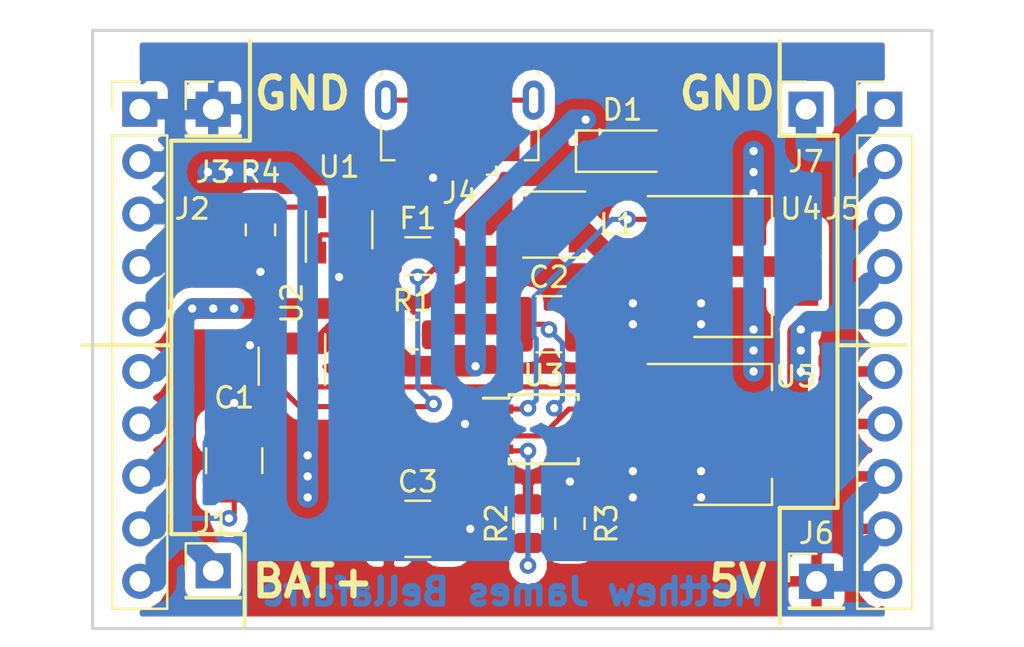
<source format=kicad_pcb>
(kicad_pcb (version 20171130) (host pcbnew "(5.0.1)-3")

  (general
    (thickness 1.6)
    (drawings 24)
    (tracks 243)
    (zones 0)
    (modules 22)
    (nets 19)
  )

  (page A4)
  (layers
    (0 F.Cu signal)
    (31 B.Cu signal)
    (32 B.Adhes user)
    (33 F.Adhes user)
    (34 B.Paste user)
    (35 F.Paste user)
    (36 B.SilkS user)
    (37 F.SilkS user)
    (38 B.Mask user)
    (39 F.Mask user)
    (40 Dwgs.User user)
    (41 Cmts.User user)
    (42 Eco1.User user)
    (43 Eco2.User user)
    (44 Edge.Cuts user)
    (45 Margin user)
    (46 B.CrtYd user)
    (47 F.CrtYd user)
    (48 B.Fab user)
    (49 F.Fab user)
  )

  (setup
    (last_trace_width 0.25)
    (user_trace_width 1)
    (trace_clearance 0.2)
    (zone_clearance 0.508)
    (zone_45_only no)
    (trace_min 0.2)
    (segment_width 0.2)
    (edge_width 0.15)
    (via_size 0.8)
    (via_drill 0.4)
    (via_min_size 0.4)
    (via_min_drill 0.3)
    (uvia_size 0.3)
    (uvia_drill 0.1)
    (uvias_allowed no)
    (uvia_min_size 0.2)
    (uvia_min_drill 0.1)
    (pcb_text_width 0.3)
    (pcb_text_size 1.5 1.5)
    (mod_edge_width 0.15)
    (mod_text_size 1 1)
    (mod_text_width 0.15)
    (pad_size 1.524 1.524)
    (pad_drill 0.762)
    (pad_to_mask_clearance 0.051)
    (solder_mask_min_width 0.25)
    (aux_axis_origin 0 0)
    (visible_elements 7FFFFFFF)
    (pcbplotparams
      (layerselection 0x3ffff_ffffffff)
      (usegerberextensions false)
      (usegerberattributes false)
      (usegerberadvancedattributes false)
      (creategerberjobfile false)
      (excludeedgelayer true)
      (linewidth 0.100000)
      (plotframeref false)
      (viasonmask false)
      (mode 1)
      (useauxorigin false)
      (hpglpennumber 1)
      (hpglpenspeed 20)
      (hpglpendiameter 15.000000)
      (psnegative false)
      (psa4output false)
      (plotreference true)
      (plotvalue true)
      (plotinvisibletext false)
      (padsonsilk false)
      (subtractmaskfromsilk false)
      (outputformat 1)
      (mirror false)
      (drillshape 0)
      (scaleselection 1)
      (outputdirectory "../production files/"))
  )

  (net 0 "")
  (net 1 GND)
  (net 2 BAT+)
  (net 3 "Net-(C2-Pad1)")
  (net 4 OUT+)
  (net 5 "Net-(D1-Pad2)")
  (net 6 "Net-(J4-Pad6)")
  (net 7 "Net-(J4-Pad1)")
  (net 8 "Net-(J4-Pad2)")
  (net 9 "Net-(J4-Pad3)")
  (net 10 "Net-(J4-Pad4)")
  (net 11 "Net-(J5-Pad1)")
  (net 12 "Net-(R2-Pad2)")
  (net 13 "Net-(R4-Pad1)")
  (net 14 SHDN)
  (net 15 "Net-(U3-Pad1)")
  (net 16 "Net-(U3-Pad6)")
  (net 17 "Net-(U3-Pad7)")
  (net 18 "Net-(F1-Pad2)")

  (net_class Default "This is the default net class."
    (clearance 0.2)
    (trace_width 0.25)
    (via_dia 0.8)
    (via_drill 0.4)
    (uvia_dia 0.3)
    (uvia_drill 0.1)
    (add_net BAT+)
    (add_net GND)
    (add_net "Net-(C2-Pad1)")
    (add_net "Net-(D1-Pad2)")
    (add_net "Net-(F1-Pad2)")
    (add_net "Net-(J4-Pad1)")
    (add_net "Net-(J4-Pad2)")
    (add_net "Net-(J4-Pad3)")
    (add_net "Net-(J4-Pad4)")
    (add_net "Net-(J4-Pad6)")
    (add_net "Net-(J5-Pad1)")
    (add_net "Net-(R2-Pad2)")
    (add_net "Net-(R4-Pad1)")
    (add_net "Net-(U3-Pad1)")
    (add_net "Net-(U3-Pad6)")
    (add_net "Net-(U3-Pad7)")
    (add_net OUT+)
    (add_net SHDN)
  )

  (net_class thick ""
    (clearance 0.2)
    (trace_width 1)
    (via_dia 0.8)
    (via_drill 0.4)
    (uvia_dia 0.3)
    (uvia_drill 0.1)
  )

  (module Connector_USB:USB_Micro-B_GCT_USB3076-30-A (layer F.Cu) (tedit 5A170D03) (tstamp 5D648986)
    (at 81.28 50.8 180)
    (descr "GCT Micro USB https://gct.co/files/drawings/usb3076.pdf")
    (tags "Micro-USB SMD Typ-B GCT")
    (path /5D50E14B)
    (attr smd)
    (fp_text reference J4 (at 0 -3.3 180) (layer F.SilkS)
      (effects (font (size 1 1) (thickness 0.15)))
    )
    (fp_text value USB_B_Micro (at 0 5.2 180) (layer F.Fab)
      (effects (font (size 1 1) (thickness 0.15)))
    )
    (fp_line (start -4.6 4.45) (end 4.6 4.45) (layer F.CrtYd) (width 0.05))
    (fp_line (start 4.6 -2.65) (end 4.6 4.45) (layer F.CrtYd) (width 0.05))
    (fp_line (start -4.6 -2.65) (end 4.6 -2.65) (layer F.CrtYd) (width 0.05))
    (fp_line (start -4.6 4.45) (end -4.6 -2.65) (layer F.CrtYd) (width 0.05))
    (fp_text user "PCB Edge" (at 0 2.65 180) (layer Dwgs.User)
      (effects (font (size 0.5 0.5) (thickness 0.08)))
    )
    (fp_line (start -3.81 -1.71) (end -3.15 -1.71) (layer F.SilkS) (width 0.12))
    (fp_line (start -3.81 0.02) (end -3.81 -1.71) (layer F.SilkS) (width 0.12))
    (fp_line (start 3.81 2.59) (end 3.81 2.38) (layer F.SilkS) (width 0.12))
    (fp_line (start 3.7 3.95) (end 3.7 -1.6) (layer F.Fab) (width 0.1))
    (fp_line (start -3 2.65) (end 3 2.65) (layer F.Fab) (width 0.1))
    (fp_line (start -3.7 3.95) (end 3.7 3.95) (layer F.Fab) (width 0.1))
    (fp_line (start -3.7 -1.6) (end 3.7 -1.6) (layer F.Fab) (width 0.1))
    (fp_line (start -3.7 3.95) (end -3.7 -1.6) (layer F.Fab) (width 0.1))
    (fp_line (start -3.81 2.59) (end -3.81 2.38) (layer F.SilkS) (width 0.12))
    (fp_line (start 3.81 0.02) (end 3.81 -1.71) (layer F.SilkS) (width 0.12))
    (fp_line (start 3.81 -1.71) (end 3.16 -1.71) (layer F.SilkS) (width 0.12))
    (fp_text user %R (at 0 0.85 180) (layer F.Fab)
      (effects (font (size 1 1) (thickness 0.15)))
    )
    (fp_line (start -1.76 -2.41) (end -1.31 -2.41) (layer F.SilkS) (width 0.12))
    (fp_line (start -1.76 -2.41) (end -1.76 -2.02) (layer F.SilkS) (width 0.12))
    (fp_line (start -1.3 -1.75) (end -1.5 -1.95) (layer F.Fab) (width 0.1))
    (fp_line (start -1.1 -1.95) (end -1.3 -1.75) (layer F.Fab) (width 0.1))
    (fp_line (start -1.5 -2.16) (end -1.1 -2.16) (layer F.Fab) (width 0.1))
    (fp_line (start -1.5 -2.16) (end -1.5 -1.95) (layer F.Fab) (width 0.1))
    (fp_line (start -1.1 -2.16) (end -1.1 -1.95) (layer F.Fab) (width 0.1))
    (pad 6 smd rect (at 1.125 1.2 180) (size 1.75 1.9) (layers F.Cu F.Paste F.Mask)
      (net 6 "Net-(J4-Pad6)"))
    (pad 2 smd rect (at -0.65 -1.45 180) (size 0.4 1.4) (layers F.Cu F.Paste F.Mask)
      (net 8 "Net-(J4-Pad2)"))
    (pad 1 smd rect (at -1.3 -1.45 180) (size 0.4 1.4) (layers F.Cu F.Paste F.Mask)
      (net 7 "Net-(J4-Pad1)"))
    (pad 5 smd rect (at 1.3 -1.45 180) (size 0.4 1.4) (layers F.Cu F.Paste F.Mask)
      (net 1 GND))
    (pad 4 smd rect (at 0.65 -1.45 180) (size 0.4 1.4) (layers F.Cu F.Paste F.Mask)
      (net 10 "Net-(J4-Pad4)"))
    (pad 3 smd rect (at 0 -1.45 180) (size 0.4 1.4) (layers F.Cu F.Paste F.Mask)
      (net 9 "Net-(J4-Pad3)"))
    (pad 6 smd rect (at -1.125 1.2 180) (size 1.75 1.9) (layers F.Cu F.Paste F.Mask)
      (net 6 "Net-(J4-Pad6)"))
    (pad 6 thru_hole oval (at -3.575 1.2) (size 1.05 1.9) (drill oval 0.45 1.25) (layers *.Cu *.Mask)
      (net 6 "Net-(J4-Pad6)"))
    (pad 6 thru_hole oval (at 3.575 1.2 180) (size 1.05 1.9) (drill oval 0.45 1.25) (layers *.Cu *.Mask)
      (net 6 "Net-(J4-Pad6)"))
    (pad 6 smd rect (at 2.32 -1.03 180) (size 1.15 1.45) (layers F.Cu F.Paste F.Mask)
      (net 6 "Net-(J4-Pad6)"))
    (pad 6 smd rect (at -2.32 -1.03 180) (size 1.15 1.45) (layers F.Cu F.Paste F.Mask)
      (net 6 "Net-(J4-Pad6)"))
    (model ${KISYS3DMOD}/Connector_USB.3dshapes/USB_Micro-B_GCT_USB3076-30-A.wrl
      (at (xyz 0 0 0))
      (scale (xyz 1 1 1))
      (rotate (xyz 0 0 0))
    )
  )

  (module Fuse:Fuse_1206_3216Metric (layer F.Cu) (tedit 5B301BBE) (tstamp 5D647486)
    (at 79.248 57.15)
    (descr "Fuse SMD 1206 (3216 Metric), square (rectangular) end terminal, IPC_7351 nominal, (Body size source: http://www.tortai-tech.com/upload/download/2011102023233369053.pdf), generated with kicad-footprint-generator")
    (tags resistor)
    (path /5D5AE316)
    (attr smd)
    (fp_text reference F1 (at 0 -1.82) (layer F.SilkS)
      (effects (font (size 1 1) (thickness 0.15)))
    )
    (fp_text value MF-NSMF150-2 (at 0 1.82) (layer F.Fab)
      (effects (font (size 1 1) (thickness 0.15)))
    )
    (fp_line (start -1.6 0.8) (end -1.6 -0.8) (layer F.Fab) (width 0.1))
    (fp_line (start -1.6 -0.8) (end 1.6 -0.8) (layer F.Fab) (width 0.1))
    (fp_line (start 1.6 -0.8) (end 1.6 0.8) (layer F.Fab) (width 0.1))
    (fp_line (start 1.6 0.8) (end -1.6 0.8) (layer F.Fab) (width 0.1))
    (fp_line (start -0.602064 -0.91) (end 0.602064 -0.91) (layer F.SilkS) (width 0.12))
    (fp_line (start -0.602064 0.91) (end 0.602064 0.91) (layer F.SilkS) (width 0.12))
    (fp_line (start -2.28 1.12) (end -2.28 -1.12) (layer F.CrtYd) (width 0.05))
    (fp_line (start -2.28 -1.12) (end 2.28 -1.12) (layer F.CrtYd) (width 0.05))
    (fp_line (start 2.28 -1.12) (end 2.28 1.12) (layer F.CrtYd) (width 0.05))
    (fp_line (start 2.28 1.12) (end -2.28 1.12) (layer F.CrtYd) (width 0.05))
    (fp_text user %R (at 1.778 2.286) (layer F.Fab)
      (effects (font (size 0.8 0.8) (thickness 0.12)))
    )
    (pad 1 smd roundrect (at -1.4 0) (size 1.25 1.75) (layers F.Cu F.Paste F.Mask) (roundrect_rratio 0.2)
      (net 2 BAT+))
    (pad 2 smd roundrect (at 1.4 0) (size 1.25 1.75) (layers F.Cu F.Paste F.Mask) (roundrect_rratio 0.2)
      (net 18 "Net-(F1-Pad2)"))
    (model ${KISYS3DMOD}/Fuse.3dshapes/Fuse_1206_3216Metric.wrl
      (at (xyz 0 0 0))
      (scale (xyz 1 1 1))
      (rotate (xyz 0 0 0))
    )
  )

  (module Capacitor_SMD:C_1210_3225Metric (layer F.Cu) (tedit 5B301BBE) (tstamp 5D63C2C2)
    (at 85.598 60.452)
    (descr "Capacitor SMD 1210 (3225 Metric), square (rectangular) end terminal, IPC_7351 nominal, (Body size source: http://www.tortai-tech.com/upload/download/2011102023233369053.pdf), generated with kicad-footprint-generator")
    (tags capacitor)
    (path /5D502D45)
    (attr smd)
    (fp_text reference C2 (at 0 -2.28) (layer F.SilkS)
      (effects (font (size 1 1) (thickness 0.15)))
    )
    (fp_text value 47u (at 0 2.28) (layer F.Fab)
      (effects (font (size 1 1) (thickness 0.15)))
    )
    (fp_line (start -1.6 1.25) (end -1.6 -1.25) (layer F.Fab) (width 0.1))
    (fp_line (start -1.6 -1.25) (end 1.6 -1.25) (layer F.Fab) (width 0.1))
    (fp_line (start 1.6 -1.25) (end 1.6 1.25) (layer F.Fab) (width 0.1))
    (fp_line (start 1.6 1.25) (end -1.6 1.25) (layer F.Fab) (width 0.1))
    (fp_line (start -0.602064 -1.36) (end 0.602064 -1.36) (layer F.SilkS) (width 0.12))
    (fp_line (start -0.602064 1.36) (end 0.602064 1.36) (layer F.SilkS) (width 0.12))
    (fp_line (start -2.28 1.58) (end -2.28 -1.58) (layer F.CrtYd) (width 0.05))
    (fp_line (start -2.28 -1.58) (end 2.28 -1.58) (layer F.CrtYd) (width 0.05))
    (fp_line (start 2.28 -1.58) (end 2.28 1.58) (layer F.CrtYd) (width 0.05))
    (fp_line (start 2.28 1.58) (end -2.28 1.58) (layer F.CrtYd) (width 0.05))
    (fp_text user %R (at -0.254 -0.254) (layer F.Fab)
      (effects (font (size 0.8 0.8) (thickness 0.12)))
    )
    (pad 1 smd roundrect (at -1.4 0) (size 1.25 2.65) (layers F.Cu F.Paste F.Mask) (roundrect_rratio 0.2)
      (net 3 "Net-(C2-Pad1)"))
    (pad 2 smd roundrect (at 1.4 0) (size 1.25 2.65) (layers F.Cu F.Paste F.Mask) (roundrect_rratio 0.2)
      (net 1 GND))
    (model ${KISYS3DMOD}/Capacitor_SMD.3dshapes/C_1210_3225Metric.wrl
      (at (xyz 0 0 0))
      (scale (xyz 1 1 1))
      (rotate (xyz 0 0 0))
    )
  )

  (module Capacitor_SMD:C_1210_3225Metric (layer F.Cu) (tedit 5B301BBE) (tstamp 5D63C2B1)
    (at 79.248 70.358)
    (descr "Capacitor SMD 1210 (3225 Metric), square (rectangular) end terminal, IPC_7351 nominal, (Body size source: http://www.tortai-tech.com/upload/download/2011102023233369053.pdf), generated with kicad-footprint-generator")
    (tags capacitor)
    (path /5D502DFE)
    (attr smd)
    (fp_text reference C3 (at 0 -2.28) (layer F.SilkS)
      (effects (font (size 1 1) (thickness 0.15)))
    )
    (fp_text value 47u (at 0 2.28) (layer F.Fab)
      (effects (font (size 1 1) (thickness 0.15)))
    )
    (fp_text user %R (at 0 0) (layer F.Fab)
      (effects (font (size 0.8 0.8) (thickness 0.12)))
    )
    (fp_line (start 2.28 1.58) (end -2.28 1.58) (layer F.CrtYd) (width 0.05))
    (fp_line (start 2.28 -1.58) (end 2.28 1.58) (layer F.CrtYd) (width 0.05))
    (fp_line (start -2.28 -1.58) (end 2.28 -1.58) (layer F.CrtYd) (width 0.05))
    (fp_line (start -2.28 1.58) (end -2.28 -1.58) (layer F.CrtYd) (width 0.05))
    (fp_line (start -0.602064 1.36) (end 0.602064 1.36) (layer F.SilkS) (width 0.12))
    (fp_line (start -0.602064 -1.36) (end 0.602064 -1.36) (layer F.SilkS) (width 0.12))
    (fp_line (start 1.6 1.25) (end -1.6 1.25) (layer F.Fab) (width 0.1))
    (fp_line (start 1.6 -1.25) (end 1.6 1.25) (layer F.Fab) (width 0.1))
    (fp_line (start -1.6 -1.25) (end 1.6 -1.25) (layer F.Fab) (width 0.1))
    (fp_line (start -1.6 1.25) (end -1.6 -1.25) (layer F.Fab) (width 0.1))
    (pad 2 smd roundrect (at 1.4 0) (size 1.25 2.65) (layers F.Cu F.Paste F.Mask) (roundrect_rratio 0.2)
      (net 1 GND))
    (pad 1 smd roundrect (at -1.4 0) (size 1.25 2.65) (layers F.Cu F.Paste F.Mask) (roundrect_rratio 0.2)
      (net 4 OUT+))
    (model ${KISYS3DMOD}/Capacitor_SMD.3dshapes/C_1210_3225Metric.wrl
      (at (xyz 0 0 0))
      (scale (xyz 1 1 1))
      (rotate (xyz 0 0 0))
    )
  )

  (module Capacitor_SMD:C_1210_3225Metric (layer F.Cu) (tedit 5B301BBE) (tstamp 5D63C2A0)
    (at 70.358 67.056 90)
    (descr "Capacitor SMD 1210 (3225 Metric), square (rectangular) end terminal, IPC_7351 nominal, (Body size source: http://www.tortai-tech.com/upload/download/2011102023233369053.pdf), generated with kicad-footprint-generator")
    (tags capacitor)
    (path /5D502D99)
    (attr smd)
    (fp_text reference C1 (at 3.048 0 180) (layer F.SilkS)
      (effects (font (size 1 1) (thickness 0.15)))
    )
    (fp_text value 47u (at 0 2.28 90) (layer F.Fab)
      (effects (font (size 1 1) (thickness 0.15)))
    )
    (fp_line (start -1.6 1.25) (end -1.6 -1.25) (layer F.Fab) (width 0.1))
    (fp_line (start -1.6 -1.25) (end 1.6 -1.25) (layer F.Fab) (width 0.1))
    (fp_line (start 1.6 -1.25) (end 1.6 1.25) (layer F.Fab) (width 0.1))
    (fp_line (start 1.6 1.25) (end -1.6 1.25) (layer F.Fab) (width 0.1))
    (fp_line (start -0.602064 -1.36) (end 0.602064 -1.36) (layer F.SilkS) (width 0.12))
    (fp_line (start -0.602064 1.36) (end 0.602064 1.36) (layer F.SilkS) (width 0.12))
    (fp_line (start -2.28 1.58) (end -2.28 -1.58) (layer F.CrtYd) (width 0.05))
    (fp_line (start -2.28 -1.58) (end 2.28 -1.58) (layer F.CrtYd) (width 0.05))
    (fp_line (start 2.28 -1.58) (end 2.28 1.58) (layer F.CrtYd) (width 0.05))
    (fp_line (start 2.28 1.58) (end -2.28 1.58) (layer F.CrtYd) (width 0.05))
    (fp_text user %R (at 0.046999 0.094999 90) (layer F.Fab)
      (effects (font (size 0.8 0.8) (thickness 0.12)))
    )
    (pad 1 smd roundrect (at -1.4 0 90) (size 1.25 2.65) (layers F.Cu F.Paste F.Mask) (roundrect_rratio 0.2)
      (net 2 BAT+))
    (pad 2 smd roundrect (at 1.4 0 90) (size 1.25 2.65) (layers F.Cu F.Paste F.Mask) (roundrect_rratio 0.2)
      (net 1 GND))
    (model ${KISYS3DMOD}/Capacitor_SMD.3dshapes/C_1210_3225Metric.wrl
      (at (xyz 0 0 0))
      (scale (xyz 1 1 1))
      (rotate (xyz 0 0 0))
    )
  )

  (module Connector_PinHeader_2.54mm:PinHeader_1x01_P2.54mm_Vertical (layer F.Cu) (tedit 59FED5CC) (tstamp 5D63C28F)
    (at 69.342 72.39)
    (descr "Through hole straight pin header, 1x01, 2.54mm pitch, single row")
    (tags "Through hole pin header THT 1x01 2.54mm single row")
    (path /5D577D19)
    (fp_text reference J1 (at 0 -2.33) (layer F.SilkS)
      (effects (font (size 1 1) (thickness 0.15)))
    )
    (fp_text value Conn_01x01_Male (at 0 2.33) (layer F.Fab)
      (effects (font (size 1 1) (thickness 0.15)))
    )
    (fp_text user %R (at 0 0 90) (layer F.Fab)
      (effects (font (size 1 1) (thickness 0.15)))
    )
    (fp_line (start 1.8 -1.8) (end -1.8 -1.8) (layer F.CrtYd) (width 0.05))
    (fp_line (start 1.8 1.8) (end 1.8 -1.8) (layer F.CrtYd) (width 0.05))
    (fp_line (start -1.8 1.8) (end 1.8 1.8) (layer F.CrtYd) (width 0.05))
    (fp_line (start -1.8 -1.8) (end -1.8 1.8) (layer F.CrtYd) (width 0.05))
    (fp_line (start -1.33 -1.33) (end 0 -1.33) (layer F.SilkS) (width 0.12))
    (fp_line (start -1.33 0) (end -1.33 -1.33) (layer F.SilkS) (width 0.12))
    (fp_line (start -1.33 1.27) (end 1.33 1.27) (layer F.SilkS) (width 0.12))
    (fp_line (start 1.33 1.27) (end 1.33 1.33) (layer F.SilkS) (width 0.12))
    (fp_line (start -1.33 1.27) (end -1.33 1.33) (layer F.SilkS) (width 0.12))
    (fp_line (start -1.33 1.33) (end 1.33 1.33) (layer F.SilkS) (width 0.12))
    (fp_line (start -1.27 -0.635) (end -0.635 -1.27) (layer F.Fab) (width 0.1))
    (fp_line (start -1.27 1.27) (end -1.27 -0.635) (layer F.Fab) (width 0.1))
    (fp_line (start 1.27 1.27) (end -1.27 1.27) (layer F.Fab) (width 0.1))
    (fp_line (start 1.27 -1.27) (end 1.27 1.27) (layer F.Fab) (width 0.1))
    (fp_line (start -0.635 -1.27) (end 1.27 -1.27) (layer F.Fab) (width 0.1))
    (pad 1 thru_hole rect (at 0 0) (size 1.7 1.7) (drill 1) (layers *.Cu *.Mask)
      (net 2 BAT+))
    (model ${KISYS3DMOD}/Connector_PinHeader_2.54mm.3dshapes/PinHeader_1x01_P2.54mm_Vertical.wrl
      (at (xyz 0 0 0))
      (scale (xyz 1 1 1))
      (rotate (xyz 0 0 0))
    )
  )

  (module Connector_PinHeader_2.54mm:PinHeader_1x01_P2.54mm_Vertical (layer F.Cu) (tedit 59FED5CC) (tstamp 5D63C27A)
    (at 69.342 50.038)
    (descr "Through hole straight pin header, 1x01, 2.54mm pitch, single row")
    (tags "Through hole pin header THT 1x01 2.54mm single row")
    (path /5D577DD3)
    (fp_text reference J3 (at 0 3.048) (layer F.SilkS)
      (effects (font (size 1 1) (thickness 0.15)))
    )
    (fp_text value Conn_01x01_Male (at 0 2.33) (layer F.Fab)
      (effects (font (size 1 1) (thickness 0.15)))
    )
    (fp_line (start -0.635 -1.27) (end 1.27 -1.27) (layer F.Fab) (width 0.1))
    (fp_line (start 1.27 -1.27) (end 1.27 1.27) (layer F.Fab) (width 0.1))
    (fp_line (start 1.27 1.27) (end -1.27 1.27) (layer F.Fab) (width 0.1))
    (fp_line (start -1.27 1.27) (end -1.27 -0.635) (layer F.Fab) (width 0.1))
    (fp_line (start -1.27 -0.635) (end -0.635 -1.27) (layer F.Fab) (width 0.1))
    (fp_line (start -1.33 1.33) (end 1.33 1.33) (layer F.SilkS) (width 0.12))
    (fp_line (start -1.33 1.27) (end -1.33 1.33) (layer F.SilkS) (width 0.12))
    (fp_line (start 1.33 1.27) (end 1.33 1.33) (layer F.SilkS) (width 0.12))
    (fp_line (start -1.33 1.27) (end 1.33 1.27) (layer F.SilkS) (width 0.12))
    (fp_line (start -1.33 0) (end -1.33 -1.33) (layer F.SilkS) (width 0.12))
    (fp_line (start -1.33 -1.33) (end 0 -1.33) (layer F.SilkS) (width 0.12))
    (fp_line (start -1.8 -1.8) (end -1.8 1.8) (layer F.CrtYd) (width 0.05))
    (fp_line (start -1.8 1.8) (end 1.8 1.8) (layer F.CrtYd) (width 0.05))
    (fp_line (start 1.8 1.8) (end 1.8 -1.8) (layer F.CrtYd) (width 0.05))
    (fp_line (start 1.8 -1.8) (end -1.8 -1.8) (layer F.CrtYd) (width 0.05))
    (fp_text user %R (at 0 0 90) (layer F.Fab)
      (effects (font (size 1 1) (thickness 0.15)))
    )
    (pad 1 thru_hole rect (at 0 0) (size 1.7 1.7) (drill 1) (layers *.Cu *.Mask)
      (net 1 GND))
    (model ${KISYS3DMOD}/Connector_PinHeader_2.54mm.3dshapes/PinHeader_1x01_P2.54mm_Vertical.wrl
      (at (xyz 0 0 0))
      (scale (xyz 1 1 1))
      (rotate (xyz 0 0 0))
    )
  )

  (module Connector_PinHeader_2.54mm:PinHeader_1x01_P2.54mm_Vertical (layer F.Cu) (tedit 59FED5CC) (tstamp 5D63C265)
    (at 98.552 72.898)
    (descr "Through hole straight pin header, 1x01, 2.54mm pitch, single row")
    (tags "Through hole pin header THT 1x01 2.54mm single row")
    (path /5D57808F)
    (fp_text reference J6 (at 0 -2.33) (layer F.SilkS)
      (effects (font (size 1 1) (thickness 0.15)))
    )
    (fp_text value Conn_01x01_Male (at 0 2.33) (layer F.Fab)
      (effects (font (size 1 1) (thickness 0.15)))
    )
    (fp_text user %R (at 0 0 90) (layer F.Fab)
      (effects (font (size 1 1) (thickness 0.15)))
    )
    (fp_line (start 1.8 -1.8) (end -1.8 -1.8) (layer F.CrtYd) (width 0.05))
    (fp_line (start 1.8 1.8) (end 1.8 -1.8) (layer F.CrtYd) (width 0.05))
    (fp_line (start -1.8 1.8) (end 1.8 1.8) (layer F.CrtYd) (width 0.05))
    (fp_line (start -1.8 -1.8) (end -1.8 1.8) (layer F.CrtYd) (width 0.05))
    (fp_line (start -1.33 -1.33) (end 0 -1.33) (layer F.SilkS) (width 0.12))
    (fp_line (start -1.33 0) (end -1.33 -1.33) (layer F.SilkS) (width 0.12))
    (fp_line (start -1.33 1.27) (end 1.33 1.27) (layer F.SilkS) (width 0.12))
    (fp_line (start 1.33 1.27) (end 1.33 1.33) (layer F.SilkS) (width 0.12))
    (fp_line (start -1.33 1.27) (end -1.33 1.33) (layer F.SilkS) (width 0.12))
    (fp_line (start -1.33 1.33) (end 1.33 1.33) (layer F.SilkS) (width 0.12))
    (fp_line (start -1.27 -0.635) (end -0.635 -1.27) (layer F.Fab) (width 0.1))
    (fp_line (start -1.27 1.27) (end -1.27 -0.635) (layer F.Fab) (width 0.1))
    (fp_line (start 1.27 1.27) (end -1.27 1.27) (layer F.Fab) (width 0.1))
    (fp_line (start 1.27 -1.27) (end 1.27 1.27) (layer F.Fab) (width 0.1))
    (fp_line (start -0.635 -1.27) (end 1.27 -1.27) (layer F.Fab) (width 0.1))
    (pad 1 thru_hole rect (at 0 0) (size 1.7 1.7) (drill 1) (layers *.Cu *.Mask)
      (net 4 OUT+))
    (model ${KISYS3DMOD}/Connector_PinHeader_2.54mm.3dshapes/PinHeader_1x01_P2.54mm_Vertical.wrl
      (at (xyz 0 0 0))
      (scale (xyz 1 1 1))
      (rotate (xyz 0 0 0))
    )
  )

  (module Connector_PinHeader_2.54mm:PinHeader_1x01_P2.54mm_Vertical (layer F.Cu) (tedit 59FED5CC) (tstamp 5D63C250)
    (at 98.044 50.038)
    (descr "Through hole straight pin header, 1x01, 2.54mm pitch, single row")
    (tags "Through hole pin header THT 1x01 2.54mm single row")
    (path /5D578111)
    (fp_text reference J7 (at 0 2.54) (layer F.SilkS)
      (effects (font (size 1 1) (thickness 0.15)))
    )
    (fp_text value Conn_01x01_Male (at 0 2.33) (layer F.Fab)
      (effects (font (size 1 1) (thickness 0.15)))
    )
    (fp_line (start -0.635 -1.27) (end 1.27 -1.27) (layer F.Fab) (width 0.1))
    (fp_line (start 1.27 -1.27) (end 1.27 1.27) (layer F.Fab) (width 0.1))
    (fp_line (start 1.27 1.27) (end -1.27 1.27) (layer F.Fab) (width 0.1))
    (fp_line (start -1.27 1.27) (end -1.27 -0.635) (layer F.Fab) (width 0.1))
    (fp_line (start -1.27 -0.635) (end -0.635 -1.27) (layer F.Fab) (width 0.1))
    (fp_line (start -1.33 1.33) (end 1.33 1.33) (layer F.SilkS) (width 0.12))
    (fp_line (start -1.33 1.27) (end -1.33 1.33) (layer F.SilkS) (width 0.12))
    (fp_line (start 1.33 1.27) (end 1.33 1.33) (layer F.SilkS) (width 0.12))
    (fp_line (start -1.33 1.27) (end 1.33 1.27) (layer F.SilkS) (width 0.12))
    (fp_line (start -1.33 0) (end -1.33 -1.33) (layer F.SilkS) (width 0.12))
    (fp_line (start -1.33 -1.33) (end 0 -1.33) (layer F.SilkS) (width 0.12))
    (fp_line (start -1.8 -1.8) (end -1.8 1.8) (layer F.CrtYd) (width 0.05))
    (fp_line (start -1.8 1.8) (end 1.8 1.8) (layer F.CrtYd) (width 0.05))
    (fp_line (start 1.8 1.8) (end 1.8 -1.8) (layer F.CrtYd) (width 0.05))
    (fp_line (start 1.8 -1.8) (end -1.8 -1.8) (layer F.CrtYd) (width 0.05))
    (fp_text user %R (at 0 0 90) (layer F.Fab)
      (effects (font (size 1 1) (thickness 0.15)))
    )
    (pad 1 thru_hole rect (at 0 0) (size 1.7 1.7) (drill 1) (layers *.Cu *.Mask)
      (net 11 "Net-(J5-Pad1)"))
    (model ${KISYS3DMOD}/Connector_PinHeader_2.54mm.3dshapes/PinHeader_1x01_P2.54mm_Vertical.wrl
      (at (xyz 0 0 0))
      (scale (xyz 1 1 1))
      (rotate (xyz 0 0 0))
    )
  )

  (module Connector_PinHeader_2.54mm:PinHeader_1x10_P2.54mm_Vertical (layer F.Cu) (tedit 59FED5CC) (tstamp 5D63C23B)
    (at 101.854 50.038)
    (descr "Through hole straight pin header, 1x10, 2.54mm pitch, single row")
    (tags "Through hole pin header THT 1x10 2.54mm single row")
    (path /5D551008)
    (fp_text reference J5 (at -2.032 4.826) (layer F.SilkS)
      (effects (font (size 1 1) (thickness 0.15)))
    )
    (fp_text value Conn_01x10_Male (at 0 25.19) (layer F.Fab)
      (effects (font (size 1 1) (thickness 0.15)))
    )
    (fp_text user %R (at 0 11.43 90) (layer F.Fab)
      (effects (font (size 1 1) (thickness 0.15)))
    )
    (fp_line (start 1.8 -1.8) (end -1.8 -1.8) (layer F.CrtYd) (width 0.05))
    (fp_line (start 1.8 24.65) (end 1.8 -1.8) (layer F.CrtYd) (width 0.05))
    (fp_line (start -1.8 24.65) (end 1.8 24.65) (layer F.CrtYd) (width 0.05))
    (fp_line (start -1.8 -1.8) (end -1.8 24.65) (layer F.CrtYd) (width 0.05))
    (fp_line (start -1.33 -1.33) (end 0 -1.33) (layer F.SilkS) (width 0.12))
    (fp_line (start -1.33 0) (end -1.33 -1.33) (layer F.SilkS) (width 0.12))
    (fp_line (start -1.33 1.27) (end 1.33 1.27) (layer F.SilkS) (width 0.12))
    (fp_line (start 1.33 1.27) (end 1.33 24.19) (layer F.SilkS) (width 0.12))
    (fp_line (start -1.33 1.27) (end -1.33 24.19) (layer F.SilkS) (width 0.12))
    (fp_line (start -1.33 24.19) (end 1.33 24.19) (layer F.SilkS) (width 0.12))
    (fp_line (start -1.27 -0.635) (end -0.635 -1.27) (layer F.Fab) (width 0.1))
    (fp_line (start -1.27 24.13) (end -1.27 -0.635) (layer F.Fab) (width 0.1))
    (fp_line (start 1.27 24.13) (end -1.27 24.13) (layer F.Fab) (width 0.1))
    (fp_line (start 1.27 -1.27) (end 1.27 24.13) (layer F.Fab) (width 0.1))
    (fp_line (start -0.635 -1.27) (end 1.27 -1.27) (layer F.Fab) (width 0.1))
    (pad 10 thru_hole oval (at 0 22.86) (size 1.7 1.7) (drill 1) (layers *.Cu *.Mask)
      (net 4 OUT+))
    (pad 9 thru_hole oval (at 0 20.32) (size 1.7 1.7) (drill 1) (layers *.Cu *.Mask)
      (net 4 OUT+))
    (pad 8 thru_hole oval (at 0 17.78) (size 1.7 1.7) (drill 1) (layers *.Cu *.Mask)
      (net 4 OUT+))
    (pad 7 thru_hole oval (at 0 15.24) (size 1.7 1.7) (drill 1) (layers *.Cu *.Mask)
      (net 4 OUT+))
    (pad 6 thru_hole oval (at 0 12.7) (size 1.7 1.7) (drill 1) (layers *.Cu *.Mask)
      (net 4 OUT+))
    (pad 5 thru_hole oval (at 0 10.16) (size 1.7 1.7) (drill 1) (layers *.Cu *.Mask)
      (net 11 "Net-(J5-Pad1)"))
    (pad 4 thru_hole oval (at 0 7.62) (size 1.7 1.7) (drill 1) (layers *.Cu *.Mask)
      (net 11 "Net-(J5-Pad1)"))
    (pad 3 thru_hole oval (at 0 5.08) (size 1.7 1.7) (drill 1) (layers *.Cu *.Mask)
      (net 11 "Net-(J5-Pad1)"))
    (pad 2 thru_hole oval (at 0 2.54) (size 1.7 1.7) (drill 1) (layers *.Cu *.Mask)
      (net 11 "Net-(J5-Pad1)"))
    (pad 1 thru_hole rect (at 0 0) (size 1.7 1.7) (drill 1) (layers *.Cu *.Mask)
      (net 11 "Net-(J5-Pad1)"))
    (model ${KISYS3DMOD}/Connector_PinHeader_2.54mm.3dshapes/PinHeader_1x10_P2.54mm_Vertical.wrl
      (at (xyz 0 0 0))
      (scale (xyz 1 1 1))
      (rotate (xyz 0 0 0))
    )
  )

  (module Connector_PinHeader_2.54mm:PinHeader_1x10_P2.54mm_Vertical (layer F.Cu) (tedit 59FED5CC) (tstamp 5D63C21D)
    (at 65.786 50.038)
    (descr "Through hole straight pin header, 1x10, 2.54mm pitch, single row")
    (tags "Through hole pin header THT 1x10 2.54mm single row")
    (path /5D56D6A4)
    (fp_text reference J2 (at 2.54 4.826) (layer F.SilkS)
      (effects (font (size 1 1) (thickness 0.15)))
    )
    (fp_text value Conn_01x10_Male (at 0 25.19) (layer F.Fab)
      (effects (font (size 1 1) (thickness 0.15)))
    )
    (fp_line (start -0.635 -1.27) (end 1.27 -1.27) (layer F.Fab) (width 0.1))
    (fp_line (start 1.27 -1.27) (end 1.27 24.13) (layer F.Fab) (width 0.1))
    (fp_line (start 1.27 24.13) (end -1.27 24.13) (layer F.Fab) (width 0.1))
    (fp_line (start -1.27 24.13) (end -1.27 -0.635) (layer F.Fab) (width 0.1))
    (fp_line (start -1.27 -0.635) (end -0.635 -1.27) (layer F.Fab) (width 0.1))
    (fp_line (start -1.33 24.19) (end 1.33 24.19) (layer F.SilkS) (width 0.12))
    (fp_line (start -1.33 1.27) (end -1.33 24.19) (layer F.SilkS) (width 0.12))
    (fp_line (start 1.33 1.27) (end 1.33 24.19) (layer F.SilkS) (width 0.12))
    (fp_line (start -1.33 1.27) (end 1.33 1.27) (layer F.SilkS) (width 0.12))
    (fp_line (start -1.33 0) (end -1.33 -1.33) (layer F.SilkS) (width 0.12))
    (fp_line (start -1.33 -1.33) (end 0 -1.33) (layer F.SilkS) (width 0.12))
    (fp_line (start -1.8 -1.8) (end -1.8 24.65) (layer F.CrtYd) (width 0.05))
    (fp_line (start -1.8 24.65) (end 1.8 24.65) (layer F.CrtYd) (width 0.05))
    (fp_line (start 1.8 24.65) (end 1.8 -1.8) (layer F.CrtYd) (width 0.05))
    (fp_line (start 1.8 -1.8) (end -1.8 -1.8) (layer F.CrtYd) (width 0.05))
    (fp_text user %R (at 0 11.43 90) (layer F.Fab)
      (effects (font (size 1 1) (thickness 0.15)))
    )
    (pad 1 thru_hole rect (at 0 0) (size 1.7 1.7) (drill 1) (layers *.Cu *.Mask)
      (net 1 GND))
    (pad 2 thru_hole oval (at 0 2.54) (size 1.7 1.7) (drill 1) (layers *.Cu *.Mask)
      (net 1 GND))
    (pad 3 thru_hole oval (at 0 5.08) (size 1.7 1.7) (drill 1) (layers *.Cu *.Mask)
      (net 1 GND))
    (pad 4 thru_hole oval (at 0 7.62) (size 1.7 1.7) (drill 1) (layers *.Cu *.Mask)
      (net 1 GND))
    (pad 5 thru_hole oval (at 0 10.16) (size 1.7 1.7) (drill 1) (layers *.Cu *.Mask)
      (net 1 GND))
    (pad 6 thru_hole oval (at 0 12.7) (size 1.7 1.7) (drill 1) (layers *.Cu *.Mask)
      (net 2 BAT+))
    (pad 7 thru_hole oval (at 0 15.24) (size 1.7 1.7) (drill 1) (layers *.Cu *.Mask)
      (net 2 BAT+))
    (pad 8 thru_hole oval (at 0 17.78) (size 1.7 1.7) (drill 1) (layers *.Cu *.Mask)
      (net 2 BAT+))
    (pad 9 thru_hole oval (at 0 20.32) (size 1.7 1.7) (drill 1) (layers *.Cu *.Mask)
      (net 2 BAT+))
    (pad 10 thru_hole oval (at 0 22.86) (size 1.7 1.7) (drill 1) (layers *.Cu *.Mask)
      (net 2 BAT+))
    (model ${KISYS3DMOD}/Connector_PinHeader_2.54mm.3dshapes/PinHeader_1x10_P2.54mm_Vertical.wrl
      (at (xyz 0 0 0))
      (scale (xyz 1 1 1))
      (rotate (xyz 0 0 0))
    )
  )

  (module Diode_SMD:D_SOD-123 (layer F.Cu) (tedit 58645DC7) (tstamp 5D63C1D5)
    (at 89.154 52.07)
    (descr SOD-123)
    (tags SOD-123)
    (path /5D5032CE)
    (attr smd)
    (fp_text reference D1 (at 0 -2) (layer F.SilkS)
      (effects (font (size 1 1) (thickness 0.15)))
    )
    (fp_text value FSV340FP (at 0 2.1) (layer F.Fab)
      (effects (font (size 1 1) (thickness 0.15)))
    )
    (fp_text user %R (at 0 -2) (layer F.Fab)
      (effects (font (size 1 1) (thickness 0.15)))
    )
    (fp_line (start -2.25 -1) (end -2.25 1) (layer F.SilkS) (width 0.12))
    (fp_line (start 0.25 0) (end 0.75 0) (layer F.Fab) (width 0.1))
    (fp_line (start 0.25 0.4) (end -0.35 0) (layer F.Fab) (width 0.1))
    (fp_line (start 0.25 -0.4) (end 0.25 0.4) (layer F.Fab) (width 0.1))
    (fp_line (start -0.35 0) (end 0.25 -0.4) (layer F.Fab) (width 0.1))
    (fp_line (start -0.35 0) (end -0.35 0.55) (layer F.Fab) (width 0.1))
    (fp_line (start -0.35 0) (end -0.35 -0.55) (layer F.Fab) (width 0.1))
    (fp_line (start -0.75 0) (end -0.35 0) (layer F.Fab) (width 0.1))
    (fp_line (start -1.4 0.9) (end -1.4 -0.9) (layer F.Fab) (width 0.1))
    (fp_line (start 1.4 0.9) (end -1.4 0.9) (layer F.Fab) (width 0.1))
    (fp_line (start 1.4 -0.9) (end 1.4 0.9) (layer F.Fab) (width 0.1))
    (fp_line (start -1.4 -0.9) (end 1.4 -0.9) (layer F.Fab) (width 0.1))
    (fp_line (start -2.35 -1.15) (end 2.35 -1.15) (layer F.CrtYd) (width 0.05))
    (fp_line (start 2.35 -1.15) (end 2.35 1.15) (layer F.CrtYd) (width 0.05))
    (fp_line (start 2.35 1.15) (end -2.35 1.15) (layer F.CrtYd) (width 0.05))
    (fp_line (start -2.35 -1.15) (end -2.35 1.15) (layer F.CrtYd) (width 0.05))
    (fp_line (start -2.25 1) (end 1.65 1) (layer F.SilkS) (width 0.12))
    (fp_line (start -2.25 -1) (end 1.65 -1) (layer F.SilkS) (width 0.12))
    (pad 1 smd rect (at -1.65 0) (size 0.9 1.2) (layers F.Cu F.Paste F.Mask)
      (net 4 OUT+))
    (pad 2 smd rect (at 1.65 0) (size 0.9 1.2) (layers F.Cu F.Paste F.Mask)
      (net 5 "Net-(D1-Pad2)"))
    (model ${KISYS3DMOD}/Diode_SMD.3dshapes/D_SOD-123.wrl
      (at (xyz 0 0 0))
      (scale (xyz 1 1 1))
      (rotate (xyz 0 0 0))
    )
  )

  (module Inductor_SMD:L_Taiyo-Yuden_MD-3030 (layer F.Cu) (tedit 5990349C) (tstamp 5D63C1BC)
    (at 85.852 55.626)
    (descr "Inductor, Taiyo Yuden, MD series, Taiyo-Yuden_MD-3030, 3.0mmx3.0mm")
    (tags "inductor taiyo-yuden md smd")
    (path /5D503062)
    (attr smd)
    (fp_text reference L1 (at 3.048 0) (layer F.SilkS)
      (effects (font (size 1 1) (thickness 0.15)))
    )
    (fp_text value "3.3u (LQH3NPN3R3MMRE)" (at 0 3) (layer F.Fab)
      (effects (font (size 1 1) (thickness 0.15)))
    )
    (fp_text user %R (at 0 0) (layer F.Fab)
      (effects (font (size 0.7 0.7) (thickness 0.105)))
    )
    (fp_line (start -1.5 -1.5) (end -1.5 1.5) (layer F.Fab) (width 0.1))
    (fp_line (start -1.5 1.5) (end 1.5 1.5) (layer F.Fab) (width 0.1))
    (fp_line (start 1.5 1.5) (end 1.5 -1.5) (layer F.Fab) (width 0.1))
    (fp_line (start 1.5 -1.5) (end -1.5 -1.5) (layer F.Fab) (width 0.1))
    (fp_line (start -1.5 -1.6) (end 1.5 -1.6) (layer F.SilkS) (width 0.12))
    (fp_line (start -1.5 1.6) (end 1.5 1.6) (layer F.SilkS) (width 0.12))
    (fp_line (start -1.8 -1.8) (end -1.8 1.8) (layer F.CrtYd) (width 0.05))
    (fp_line (start -1.8 1.8) (end 1.8 1.8) (layer F.CrtYd) (width 0.05))
    (fp_line (start 1.8 1.8) (end 1.8 -1.8) (layer F.CrtYd) (width 0.05))
    (fp_line (start 1.8 -1.8) (end -1.8 -1.8) (layer F.CrtYd) (width 0.05))
    (pad 1 smd rect (at -1.1 0) (size 0.8 2.7) (layers F.Cu F.Paste F.Mask)
      (net 18 "Net-(F1-Pad2)"))
    (pad 2 smd rect (at 1.1 0) (size 0.8 2.7) (layers F.Cu F.Paste F.Mask)
      (net 5 "Net-(D1-Pad2)"))
    (model ${KISYS3DMOD}/Inductor_SMD.3dshapes/L_Taiyo-Yuden_MD-3030.wrl
      (at (xyz 0 0 0))
      (scale (xyz 1 1 1))
      (rotate (xyz 0 0 0))
    )
  )

  (module Package_SO:MSOP-8_3x3mm_P0.65mm (layer F.Cu) (tedit 5A02F25C) (tstamp 5D63C1AB)
    (at 85.344 65.532)
    (descr "8-Lead Plastic Micro Small Outline Package (MS) [MSOP] (see Microchip Packaging Specification 00000049BS.pdf)")
    (tags "SSOP 0.65")
    (path /5D502CB9)
    (attr smd)
    (fp_text reference U3 (at 0 -2.6) (layer F.SilkS)
      (effects (font (size 1 1) (thickness 0.15)))
    )
    (fp_text value MCP1650 (at 0 2.6) (layer F.Fab)
      (effects (font (size 1 1) (thickness 0.15)))
    )
    (fp_line (start -0.5 -1.5) (end 1.5 -1.5) (layer F.Fab) (width 0.15))
    (fp_line (start 1.5 -1.5) (end 1.5 1.5) (layer F.Fab) (width 0.15))
    (fp_line (start 1.5 1.5) (end -1.5 1.5) (layer F.Fab) (width 0.15))
    (fp_line (start -1.5 1.5) (end -1.5 -0.5) (layer F.Fab) (width 0.15))
    (fp_line (start -1.5 -0.5) (end -0.5 -1.5) (layer F.Fab) (width 0.15))
    (fp_line (start -3.2 -1.85) (end -3.2 1.85) (layer F.CrtYd) (width 0.05))
    (fp_line (start 3.2 -1.85) (end 3.2 1.85) (layer F.CrtYd) (width 0.05))
    (fp_line (start -3.2 -1.85) (end 3.2 -1.85) (layer F.CrtYd) (width 0.05))
    (fp_line (start -3.2 1.85) (end 3.2 1.85) (layer F.CrtYd) (width 0.05))
    (fp_line (start -1.675 -1.675) (end -1.675 -1.5) (layer F.SilkS) (width 0.15))
    (fp_line (start 1.675 -1.675) (end 1.675 -1.425) (layer F.SilkS) (width 0.15))
    (fp_line (start 1.675 1.675) (end 1.675 1.425) (layer F.SilkS) (width 0.15))
    (fp_line (start -1.675 1.675) (end -1.675 1.425) (layer F.SilkS) (width 0.15))
    (fp_line (start -1.675 -1.675) (end 1.675 -1.675) (layer F.SilkS) (width 0.15))
    (fp_line (start -1.675 1.675) (end 1.675 1.675) (layer F.SilkS) (width 0.15))
    (fp_line (start -1.675 -1.5) (end -2.925 -1.5) (layer F.SilkS) (width 0.15))
    (fp_text user %R (at 0 0) (layer F.Fab)
      (effects (font (size 0.6 0.6) (thickness 0.15)))
    )
    (pad 1 smd rect (at -2.2 -0.975) (size 1.45 0.45) (layers F.Cu F.Paste F.Mask)
      (net 15 "Net-(U3-Pad1)"))
    (pad 2 smd rect (at -2.2 -0.325) (size 1.45 0.45) (layers F.Cu F.Paste F.Mask)
      (net 1 GND))
    (pad 3 smd rect (at -2.2 0.325) (size 1.45 0.45) (layers F.Cu F.Paste F.Mask)
      (net 3 "Net-(C2-Pad1)"))
    (pad 4 smd rect (at -2.2 0.975) (size 1.45 0.45) (layers F.Cu F.Paste F.Mask)
      (net 12 "Net-(R2-Pad2)"))
    (pad 5 smd rect (at 2.2 0.975) (size 1.45 0.45) (layers F.Cu F.Paste F.Mask)
      (net 14 SHDN))
    (pad 6 smd rect (at 2.2 0.325) (size 1.45 0.45) (layers F.Cu F.Paste F.Mask)
      (net 16 "Net-(U3-Pad6)"))
    (pad 7 smd rect (at 2.2 -0.325) (size 1.45 0.45) (layers F.Cu F.Paste F.Mask)
      (net 17 "Net-(U3-Pad7)"))
    (pad 8 smd rect (at 2.2 -0.975) (size 1.45 0.45) (layers F.Cu F.Paste F.Mask)
      (net 3 "Net-(C2-Pad1)"))
    (model ${KISYS3DMOD}/Package_SO.3dshapes/MSOP-8_3x3mm_P0.65mm.wrl
      (at (xyz 0 0 0))
      (scale (xyz 1 1 1))
      (rotate (xyz 0 0 0))
    )
  )

  (module Package_TO_SOT_SMD:SOT-223 (layer F.Cu) (tedit 5A02FF57) (tstamp 5D63C18E)
    (at 94.488 57.658)
    (descr "module CMS SOT223 4 pins")
    (tags "CMS SOT")
    (path /5D50915F)
    (attr smd)
    (fp_text reference U4 (at 3.302 -2.794) (layer F.SilkS)
      (effects (font (size 1 1) (thickness 0.15)))
    )
    (fp_text value STN3NF06L (at 0 4.5) (layer F.Fab)
      (effects (font (size 1 1) (thickness 0.15)))
    )
    (fp_line (start 1.85 -3.35) (end 1.85 3.35) (layer F.Fab) (width 0.1))
    (fp_line (start -1.85 3.35) (end 1.85 3.35) (layer F.Fab) (width 0.1))
    (fp_line (start -4.1 -3.41) (end 1.91 -3.41) (layer F.SilkS) (width 0.12))
    (fp_line (start -0.8 -3.35) (end 1.85 -3.35) (layer F.Fab) (width 0.1))
    (fp_line (start -1.85 3.41) (end 1.91 3.41) (layer F.SilkS) (width 0.12))
    (fp_line (start -1.85 -2.3) (end -1.85 3.35) (layer F.Fab) (width 0.1))
    (fp_line (start -4.4 -3.6) (end -4.4 3.6) (layer F.CrtYd) (width 0.05))
    (fp_line (start -4.4 3.6) (end 4.4 3.6) (layer F.CrtYd) (width 0.05))
    (fp_line (start 4.4 3.6) (end 4.4 -3.6) (layer F.CrtYd) (width 0.05))
    (fp_line (start 4.4 -3.6) (end -4.4 -3.6) (layer F.CrtYd) (width 0.05))
    (fp_line (start 1.91 -3.41) (end 1.91 -2.15) (layer F.SilkS) (width 0.12))
    (fp_line (start 1.91 3.41) (end 1.91 2.15) (layer F.SilkS) (width 0.12))
    (fp_line (start -1.85 -2.3) (end -0.8 -3.35) (layer F.Fab) (width 0.1))
    (fp_text user %R (at 0 0 90) (layer F.Fab)
      (effects (font (size 0.8 0.8) (thickness 0.12)))
    )
    (pad 1 smd rect (at -3.15 -2.3) (size 2 1.5) (layers F.Cu F.Paste F.Mask)
      (net 15 "Net-(U3-Pad1)"))
    (pad 3 smd rect (at -3.15 2.3) (size 2 1.5) (layers F.Cu F.Paste F.Mask)
      (net 1 GND))
    (pad 2 smd rect (at -3.15 0) (size 2 1.5) (layers F.Cu F.Paste F.Mask)
      (net 5 "Net-(D1-Pad2)"))
    (pad 4 smd rect (at 3.15 0) (size 2 3.8) (layers F.Cu F.Paste F.Mask)
      (net 5 "Net-(D1-Pad2)"))
    (model ${KISYS3DMOD}/Package_TO_SOT_SMD.3dshapes/SOT-223.wrl
      (at (xyz 0 0 0))
      (scale (xyz 1 1 1))
      (rotate (xyz 0 0 0))
    )
  )

  (module Package_TO_SOT_SMD:SOT-223 (layer F.Cu) (tedit 5A02FF57) (tstamp 5D63C178)
    (at 94.488 65.786)
    (descr "module CMS SOT223 4 pins")
    (tags "CMS SOT")
    (path /5D54E76A)
    (attr smd)
    (fp_text reference U5 (at 3.048 -2.794) (layer F.SilkS)
      (effects (font (size 1 1) (thickness 0.15)))
    )
    (fp_text value STN3NF06L (at 0 4.5) (layer F.Fab)
      (effects (font (size 1 1) (thickness 0.15)))
    )
    (fp_text user %R (at 0 0 90) (layer F.Fab)
      (effects (font (size 0.8 0.8) (thickness 0.12)))
    )
    (fp_line (start -1.85 -2.3) (end -0.8 -3.35) (layer F.Fab) (width 0.1))
    (fp_line (start 1.91 3.41) (end 1.91 2.15) (layer F.SilkS) (width 0.12))
    (fp_line (start 1.91 -3.41) (end 1.91 -2.15) (layer F.SilkS) (width 0.12))
    (fp_line (start 4.4 -3.6) (end -4.4 -3.6) (layer F.CrtYd) (width 0.05))
    (fp_line (start 4.4 3.6) (end 4.4 -3.6) (layer F.CrtYd) (width 0.05))
    (fp_line (start -4.4 3.6) (end 4.4 3.6) (layer F.CrtYd) (width 0.05))
    (fp_line (start -4.4 -3.6) (end -4.4 3.6) (layer F.CrtYd) (width 0.05))
    (fp_line (start -1.85 -2.3) (end -1.85 3.35) (layer F.Fab) (width 0.1))
    (fp_line (start -1.85 3.41) (end 1.91 3.41) (layer F.SilkS) (width 0.12))
    (fp_line (start -0.8 -3.35) (end 1.85 -3.35) (layer F.Fab) (width 0.1))
    (fp_line (start -4.1 -3.41) (end 1.91 -3.41) (layer F.SilkS) (width 0.12))
    (fp_line (start -1.85 3.35) (end 1.85 3.35) (layer F.Fab) (width 0.1))
    (fp_line (start 1.85 -3.35) (end 1.85 3.35) (layer F.Fab) (width 0.1))
    (pad 4 smd rect (at 3.15 0) (size 2 3.8) (layers F.Cu F.Paste F.Mask)
      (net 11 "Net-(J5-Pad1)"))
    (pad 2 smd rect (at -3.15 0) (size 2 1.5) (layers F.Cu F.Paste F.Mask)
      (net 11 "Net-(J5-Pad1)"))
    (pad 3 smd rect (at -3.15 2.3) (size 2 1.5) (layers F.Cu F.Paste F.Mask)
      (net 1 GND))
    (pad 1 smd rect (at -3.15 -2.3) (size 2 1.5) (layers F.Cu F.Paste F.Mask)
      (net 14 SHDN))
    (model ${KISYS3DMOD}/Package_TO_SOT_SMD.3dshapes/SOT-223.wrl
      (at (xyz 0 0 0))
      (scale (xyz 1 1 1))
      (rotate (xyz 0 0 0))
    )
  )

  (module Package_TO_SOT_SMD:SOT-23-5 (layer F.Cu) (tedit 5A02FF57) (tstamp 5D63C162)
    (at 75.438 55.88 90)
    (descr "5-pin SOT23 package")
    (tags SOT-23-5)
    (path /5D73F330)
    (attr smd)
    (fp_text reference U1 (at 3.048 0 180) (layer F.SilkS)
      (effects (font (size 1 1) (thickness 0.15)))
    )
    (fp_text value MCP73812T-420I-OT (at 0 2.9 90) (layer F.Fab)
      (effects (font (size 1 1) (thickness 0.15)))
    )
    (fp_line (start 0.9 -1.55) (end 0.9 1.55) (layer F.Fab) (width 0.1))
    (fp_line (start 0.9 1.55) (end -0.9 1.55) (layer F.Fab) (width 0.1))
    (fp_line (start -0.9 -0.9) (end -0.9 1.55) (layer F.Fab) (width 0.1))
    (fp_line (start 0.9 -1.55) (end -0.25 -1.55) (layer F.Fab) (width 0.1))
    (fp_line (start -0.9 -0.9) (end -0.25 -1.55) (layer F.Fab) (width 0.1))
    (fp_line (start -1.9 1.8) (end -1.9 -1.8) (layer F.CrtYd) (width 0.05))
    (fp_line (start 1.9 1.8) (end -1.9 1.8) (layer F.CrtYd) (width 0.05))
    (fp_line (start 1.9 -1.8) (end 1.9 1.8) (layer F.CrtYd) (width 0.05))
    (fp_line (start -1.9 -1.8) (end 1.9 -1.8) (layer F.CrtYd) (width 0.05))
    (fp_line (start 0.9 -1.61) (end -1.55 -1.61) (layer F.SilkS) (width 0.12))
    (fp_line (start -0.9 1.61) (end 0.9 1.61) (layer F.SilkS) (width 0.12))
    (fp_text user %R (at 0 0 180) (layer F.Fab)
      (effects (font (size 0.5 0.5) (thickness 0.075)))
    )
    (pad 5 smd rect (at 1.1 -0.95 90) (size 1.06 0.65) (layers F.Cu F.Paste F.Mask)
      (net 13 "Net-(R4-Pad1)"))
    (pad 4 smd rect (at 1.1 0.95 90) (size 1.06 0.65) (layers F.Cu F.Paste F.Mask)
      (net 7 "Net-(J4-Pad1)"))
    (pad 3 smd rect (at -1.1 0.95 90) (size 1.06 0.65) (layers F.Cu F.Paste F.Mask)
      (net 2 BAT+))
    (pad 2 smd rect (at -1.1 0 90) (size 1.06 0.65) (layers F.Cu F.Paste F.Mask)
      (net 1 GND))
    (pad 1 smd rect (at -1.1 -0.95 90) (size 1.06 0.65) (layers F.Cu F.Paste F.Mask)
      (net 7 "Net-(J4-Pad1)"))
    (model ${KISYS3DMOD}/Package_TO_SOT_SMD.3dshapes/SOT-23-5.wrl
      (at (xyz 0 0 0))
      (scale (xyz 1 1 1))
      (rotate (xyz 0 0 0))
    )
  )

  (module Package_TO_SOT_SMD:SOT-23-5 (layer F.Cu) (tedit 5A02FF57) (tstamp 5D63C14D)
    (at 73.152 62.484 270)
    (descr "5-pin SOT23 package")
    (tags SOT-23-5)
    (path /5D533DCF)
    (attr smd)
    (fp_text reference U2 (at -3.048 0 270) (layer F.SilkS)
      (effects (font (size 1 1) (thickness 0.15)))
    )
    (fp_text value MAX9065 (at 0 2.9 270) (layer F.Fab)
      (effects (font (size 1 1) (thickness 0.15)))
    )
    (fp_text user %R (at 0 0) (layer F.Fab)
      (effects (font (size 0.5 0.5) (thickness 0.075)))
    )
    (fp_line (start -0.9 1.61) (end 0.9 1.61) (layer F.SilkS) (width 0.12))
    (fp_line (start 0.9 -1.61) (end -1.55 -1.61) (layer F.SilkS) (width 0.12))
    (fp_line (start -1.9 -1.8) (end 1.9 -1.8) (layer F.CrtYd) (width 0.05))
    (fp_line (start 1.9 -1.8) (end 1.9 1.8) (layer F.CrtYd) (width 0.05))
    (fp_line (start 1.9 1.8) (end -1.9 1.8) (layer F.CrtYd) (width 0.05))
    (fp_line (start -1.9 1.8) (end -1.9 -1.8) (layer F.CrtYd) (width 0.05))
    (fp_line (start -0.9 -0.9) (end -0.25 -1.55) (layer F.Fab) (width 0.1))
    (fp_line (start 0.9 -1.55) (end -0.25 -1.55) (layer F.Fab) (width 0.1))
    (fp_line (start -0.9 -0.9) (end -0.9 1.55) (layer F.Fab) (width 0.1))
    (fp_line (start 0.9 1.55) (end -0.9 1.55) (layer F.Fab) (width 0.1))
    (fp_line (start 0.9 -1.55) (end 0.9 1.55) (layer F.Fab) (width 0.1))
    (pad 1 smd rect (at -1.1 -0.95 270) (size 1.06 0.65) (layers F.Cu F.Paste F.Mask)
      (net 2 BAT+))
    (pad 2 smd rect (at -1.1 0 270) (size 1.06 0.65) (layers F.Cu F.Paste F.Mask)
      (net 1 GND))
    (pad 3 smd rect (at -1.1 0.95 270) (size 1.06 0.65) (layers F.Cu F.Paste F.Mask)
      (net 1 GND))
    (pad 4 smd rect (at 1.1 0.95 270) (size 1.06 0.65) (layers F.Cu F.Paste F.Mask)
      (net 18 "Net-(F1-Pad2)"))
    (pad 5 smd rect (at 1.1 -0.95 270) (size 1.06 0.65) (layers F.Cu F.Paste F.Mask)
      (net 14 SHDN))
    (model ${KISYS3DMOD}/Package_TO_SOT_SMD.3dshapes/SOT-23-5.wrl
      (at (xyz 0 0 0))
      (scale (xyz 1 1 1))
      (rotate (xyz 0 0 0))
    )
  )

  (module Resistor_SMD:R_0805_2012Metric (layer F.Cu) (tedit 5B36C52B) (tstamp 5D63C138)
    (at 86.614 70.104 90)
    (descr "Resistor SMD 0805 (2012 Metric), square (rectangular) end terminal, IPC_7351 nominal, (Body size source: https://docs.google.com/spreadsheets/d/1BsfQQcO9C6DZCsRaXUlFlo91Tg2WpOkGARC1WS5S8t0/edit?usp=sharing), generated with kicad-footprint-generator")
    (tags resistor)
    (path /5D502E50)
    (attr smd)
    (fp_text reference R3 (at 0 1.778 90) (layer F.SilkS)
      (effects (font (size 1 1) (thickness 0.15)))
    )
    (fp_text value 1k (at 0 1.65 90) (layer F.Fab)
      (effects (font (size 1 1) (thickness 0.15)))
    )
    (fp_text user %R (at 0 0 90) (layer F.Fab)
      (effects (font (size 0.5 0.5) (thickness 0.08)))
    )
    (fp_line (start 1.68 0.95) (end -1.68 0.95) (layer F.CrtYd) (width 0.05))
    (fp_line (start 1.68 -0.95) (end 1.68 0.95) (layer F.CrtYd) (width 0.05))
    (fp_line (start -1.68 -0.95) (end 1.68 -0.95) (layer F.CrtYd) (width 0.05))
    (fp_line (start -1.68 0.95) (end -1.68 -0.95) (layer F.CrtYd) (width 0.05))
    (fp_line (start -0.258578 0.71) (end 0.258578 0.71) (layer F.SilkS) (width 0.12))
    (fp_line (start -0.258578 -0.71) (end 0.258578 -0.71) (layer F.SilkS) (width 0.12))
    (fp_line (start 1 0.6) (end -1 0.6) (layer F.Fab) (width 0.1))
    (fp_line (start 1 -0.6) (end 1 0.6) (layer F.Fab) (width 0.1))
    (fp_line (start -1 -0.6) (end 1 -0.6) (layer F.Fab) (width 0.1))
    (fp_line (start -1 0.6) (end -1 -0.6) (layer F.Fab) (width 0.1))
    (pad 2 smd roundrect (at 0.9375 0 90) (size 0.975 1.4) (layers F.Cu F.Paste F.Mask) (roundrect_rratio 0.25)
      (net 1 GND))
    (pad 1 smd roundrect (at -0.9375 0 90) (size 0.975 1.4) (layers F.Cu F.Paste F.Mask) (roundrect_rratio 0.25)
      (net 12 "Net-(R2-Pad2)"))
    (model ${KISYS3DMOD}/Resistor_SMD.3dshapes/R_0805_2012Metric.wrl
      (at (xyz 0 0 0))
      (scale (xyz 1 1 1))
      (rotate (xyz 0 0 0))
    )
  )

  (module Resistor_SMD:R_0805_2012Metric (layer F.Cu) (tedit 5B36C52B) (tstamp 5D63C127)
    (at 71.628 55.88 270)
    (descr "Resistor SMD 0805 (2012 Metric), square (rectangular) end terminal, IPC_7351 nominal, (Body size source: https://docs.google.com/spreadsheets/d/1BsfQQcO9C6DZCsRaXUlFlo91Tg2WpOkGARC1WS5S8t0/edit?usp=sharing), generated with kicad-footprint-generator")
    (tags resistor)
    (path /5D591274)
    (attr smd)
    (fp_text reference R4 (at -2.794 0) (layer F.SilkS)
      (effects (font (size 1 1) (thickness 0.15)))
    )
    (fp_text value 2k (at 0 1.65 270) (layer F.Fab)
      (effects (font (size 1 1) (thickness 0.15)))
    )
    (fp_line (start -1 0.6) (end -1 -0.6) (layer F.Fab) (width 0.1))
    (fp_line (start -1 -0.6) (end 1 -0.6) (layer F.Fab) (width 0.1))
    (fp_line (start 1 -0.6) (end 1 0.6) (layer F.Fab) (width 0.1))
    (fp_line (start 1 0.6) (end -1 0.6) (layer F.Fab) (width 0.1))
    (fp_line (start -0.258578 -0.71) (end 0.258578 -0.71) (layer F.SilkS) (width 0.12))
    (fp_line (start -0.258578 0.71) (end 0.258578 0.71) (layer F.SilkS) (width 0.12))
    (fp_line (start -1.68 0.95) (end -1.68 -0.95) (layer F.CrtYd) (width 0.05))
    (fp_line (start -1.68 -0.95) (end 1.68 -0.95) (layer F.CrtYd) (width 0.05))
    (fp_line (start 1.68 -0.95) (end 1.68 0.95) (layer F.CrtYd) (width 0.05))
    (fp_line (start 1.68 0.95) (end -1.68 0.95) (layer F.CrtYd) (width 0.05))
    (fp_text user %R (at 0 0 270) (layer F.Fab)
      (effects (font (size 0.5 0.5) (thickness 0.08)))
    )
    (pad 1 smd roundrect (at -0.9375 0 270) (size 0.975 1.4) (layers F.Cu F.Paste F.Mask) (roundrect_rratio 0.25)
      (net 13 "Net-(R4-Pad1)"))
    (pad 2 smd roundrect (at 0.9375 0 270) (size 0.975 1.4) (layers F.Cu F.Paste F.Mask) (roundrect_rratio 0.25)
      (net 1 GND))
    (model ${KISYS3DMOD}/Resistor_SMD.3dshapes/R_0805_2012Metric.wrl
      (at (xyz 0 0 0))
      (scale (xyz 1 1 1))
      (rotate (xyz 0 0 0))
    )
  )

  (module Resistor_SMD:R_0805_2012Metric (layer F.Cu) (tedit 5B36C52B) (tstamp 5D63C116)
    (at 84.582 70.104 270)
    (descr "Resistor SMD 0805 (2012 Metric), square (rectangular) end terminal, IPC_7351 nominal, (Body size source: https://docs.google.com/spreadsheets/d/1BsfQQcO9C6DZCsRaXUlFlo91Tg2WpOkGARC1WS5S8t0/edit?usp=sharing), generated with kicad-footprint-generator")
    (tags resistor)
    (path /5D502EBE)
    (attr smd)
    (fp_text reference R2 (at 0 1.524 270) (layer F.SilkS)
      (effects (font (size 1 1) (thickness 0.15)))
    )
    (fp_text value 3.3k (at 0 1.65 270) (layer F.Fab)
      (effects (font (size 1 1) (thickness 0.15)))
    )
    (fp_text user %R (at 0 0 270) (layer F.Fab)
      (effects (font (size 0.5 0.5) (thickness 0.08)))
    )
    (fp_line (start 1.68 0.95) (end -1.68 0.95) (layer F.CrtYd) (width 0.05))
    (fp_line (start 1.68 -0.95) (end 1.68 0.95) (layer F.CrtYd) (width 0.05))
    (fp_line (start -1.68 -0.95) (end 1.68 -0.95) (layer F.CrtYd) (width 0.05))
    (fp_line (start -1.68 0.95) (end -1.68 -0.95) (layer F.CrtYd) (width 0.05))
    (fp_line (start -0.258578 0.71) (end 0.258578 0.71) (layer F.SilkS) (width 0.12))
    (fp_line (start -0.258578 -0.71) (end 0.258578 -0.71) (layer F.SilkS) (width 0.12))
    (fp_line (start 1 0.6) (end -1 0.6) (layer F.Fab) (width 0.1))
    (fp_line (start 1 -0.6) (end 1 0.6) (layer F.Fab) (width 0.1))
    (fp_line (start -1 -0.6) (end 1 -0.6) (layer F.Fab) (width 0.1))
    (fp_line (start -1 0.6) (end -1 -0.6) (layer F.Fab) (width 0.1))
    (pad 2 smd roundrect (at 0.9375 0 270) (size 0.975 1.4) (layers F.Cu F.Paste F.Mask) (roundrect_rratio 0.25)
      (net 12 "Net-(R2-Pad2)"))
    (pad 1 smd roundrect (at -0.9375 0 270) (size 0.975 1.4) (layers F.Cu F.Paste F.Mask) (roundrect_rratio 0.25)
      (net 4 OUT+))
    (model ${KISYS3DMOD}/Resistor_SMD.3dshapes/R_0805_2012Metric.wrl
      (at (xyz 0 0 0))
      (scale (xyz 1 1 1))
      (rotate (xyz 0 0 0))
    )
  )

  (module Resistor_SMD:R_0805_2012Metric (layer F.Cu) (tedit 5B36C52B) (tstamp 5D63C105)
    (at 78.994 60.96)
    (descr "Resistor SMD 0805 (2012 Metric), square (rectangular) end terminal, IPC_7351 nominal, (Body size source: https://docs.google.com/spreadsheets/d/1BsfQQcO9C6DZCsRaXUlFlo91Tg2WpOkGARC1WS5S8t0/edit?usp=sharing), generated with kicad-footprint-generator")
    (tags resistor)
    (path /5D502F02)
    (attr smd)
    (fp_text reference R1 (at 0 -1.65) (layer F.SilkS)
      (effects (font (size 1 1) (thickness 0.15)))
    )
    (fp_text value 10 (at 0 1.65) (layer F.Fab)
      (effects (font (size 1 1) (thickness 0.15)))
    )
    (fp_line (start -1 0.6) (end -1 -0.6) (layer F.Fab) (width 0.1))
    (fp_line (start -1 -0.6) (end 1 -0.6) (layer F.Fab) (width 0.1))
    (fp_line (start 1 -0.6) (end 1 0.6) (layer F.Fab) (width 0.1))
    (fp_line (start 1 0.6) (end -1 0.6) (layer F.Fab) (width 0.1))
    (fp_line (start -0.258578 -0.71) (end 0.258578 -0.71) (layer F.SilkS) (width 0.12))
    (fp_line (start -0.258578 0.71) (end 0.258578 0.71) (layer F.SilkS) (width 0.12))
    (fp_line (start -1.68 0.95) (end -1.68 -0.95) (layer F.CrtYd) (width 0.05))
    (fp_line (start -1.68 -0.95) (end 1.68 -0.95) (layer F.CrtYd) (width 0.05))
    (fp_line (start 1.68 -0.95) (end 1.68 0.95) (layer F.CrtYd) (width 0.05))
    (fp_line (start 1.68 0.95) (end -1.68 0.95) (layer F.CrtYd) (width 0.05))
    (fp_text user %R (at 0 0) (layer F.Fab)
      (effects (font (size 0.5 0.5) (thickness 0.08)))
    )
    (pad 1 smd roundrect (at -0.9375 0) (size 0.975 1.4) (layers F.Cu F.Paste F.Mask) (roundrect_rratio 0.25)
      (net 4 OUT+))
    (pad 2 smd roundrect (at 0.9375 0) (size 0.975 1.4) (layers F.Cu F.Paste F.Mask) (roundrect_rratio 0.25)
      (net 3 "Net-(C2-Pad1)"))
    (model ${KISYS3DMOD}/Resistor_SMD.3dshapes/R_0805_2012Metric.wrl
      (at (xyz 0 0 0))
      (scale (xyz 1 1 1))
      (rotate (xyz 0 0 0))
    )
  )

  (gr_line (start 63.5 46.228) (end 63.5 46.736) (layer Edge.Cuts) (width 0.15))
  (gr_line (start 104.14 46.228) (end 63.5 46.228) (layer Edge.Cuts) (width 0.15))
  (gr_line (start 104.14 75.184) (end 104.14 46.228) (layer Edge.Cuts) (width 0.15))
  (gr_line (start 63.5 75.184) (end 104.14 75.184) (layer Edge.Cuts) (width 0.15))
  (gr_line (start 63.5 46.736) (end 63.5 75.184) (layer Edge.Cuts) (width 0.15))
  (gr_text "Matthew James Bellafaire" (at 83.82 73.406) (layer B.Cu)
    (effects (font (size 1.25 1.25) (thickness 0.3)) (justify mirror))
  )
  (gr_text GND (at 73.66 49.276) (layer F.SilkS)
    (effects (font (size 1.5 1.5) (thickness 0.3)))
  )
  (gr_text BAT+ (at 74.168 72.898) (layer F.SilkS)
    (effects (font (size 1.5 1.5) (thickness 0.3)))
  )
  (gr_line (start 71.12 51.562) (end 71.12 46.736) (layer F.SilkS) (width 0.2))
  (gr_line (start 67.31 51.562) (end 71.12 51.562) (layer F.SilkS) (width 0.2))
  (gr_line (start 67.31 61.468) (end 67.31 51.562) (layer F.SilkS) (width 0.2))
  (gr_line (start 67.31 61.468) (end 62.992 61.468) (layer F.SilkS) (width 0.2))
  (gr_line (start 67.31 70.612) (end 67.31 61.468) (layer F.SilkS) (width 0.2))
  (gr_line (start 70.866 70.612) (end 67.31 70.612) (layer F.SilkS) (width 0.2))
  (gr_line (start 70.866 75.184) (end 70.866 70.612) (layer F.SilkS) (width 0.2))
  (gr_text "5V\n" (at 94.742 72.898) (layer F.SilkS)
    (effects (font (size 1.5 1.5) (thickness 0.3)))
  )
  (gr_text GND (at 94.234 49.276) (layer F.SilkS)
    (effects (font (size 1.5 1.5) (thickness 0.3)))
  )
  (gr_line (start 96.774 51.308) (end 96.774 46.736) (layer F.SilkS) (width 0.2))
  (gr_line (start 99.568 51.308) (end 96.774 51.308) (layer F.SilkS) (width 0.2))
  (gr_line (start 99.568 61.468) (end 99.568 51.308) (layer F.SilkS) (width 0.2))
  (gr_line (start 96.774 69.342) (end 96.774 74.93) (layer F.SilkS) (width 0.2))
  (gr_line (start 99.568 69.342) (end 96.774 69.342) (layer F.SilkS) (width 0.2))
  (gr_line (start 99.568 61.468) (end 99.568 69.342) (layer F.SilkS) (width 0.2))
  (gr_line (start 102.87 61.468) (end 99.568 61.468) (layer F.SilkS) (width 0.2))

  (via (at 86.614 68.072) (size 0.8) (drill 0.4) (layers F.Cu B.Cu) (net 1))
  (segment (start 86.614 69.1665) (end 86.614 68.072) (width 0.25) (layer F.Cu) (net 1))
  (via (at 79.990323 53.358272) (size 0.8) (drill 0.4) (layers F.Cu B.Cu) (net 1))
  (segment (start 79.98 52.25) (end 79.98 53.347949) (width 0.25) (layer F.Cu) (net 1))
  (segment (start 79.98 53.347949) (end 79.990323 53.358272) (width 0.25) (layer F.Cu) (net 1))
  (via (at 75.438 58.166) (size 0.8) (drill 0.4) (layers F.Cu B.Cu) (net 1))
  (segment (start 75.438 56.98) (end 75.438 58.166) (width 0.25) (layer F.Cu) (net 1))
  (via (at 92.964 68.834) (size 0.8) (drill 0.4) (layers F.Cu B.Cu) (net 1))
  (via (at 92.964 67.564) (size 0.8) (drill 0.4) (layers F.Cu B.Cu) (net 1))
  (via (at 92.964 59.436) (size 0.8) (drill 0.4) (layers F.Cu B.Cu) (net 1))
  (via (at 92.964 60.452) (size 0.8) (drill 0.4) (layers F.Cu B.Cu) (net 1))
  (via (at 89.662 60.452) (size 0.8) (drill 0.4) (layers F.Cu B.Cu) (net 1))
  (via (at 89.662 59.436) (size 0.8) (drill 0.4) (layers F.Cu B.Cu) (net 1))
  (via (at 89.662 67.564) (size 0.8) (drill 0.4) (layers F.Cu B.Cu) (net 1))
  (via (at 89.662 68.834) (size 0.8) (drill 0.4) (layers F.Cu B.Cu) (net 1))
  (segment (start 90.816 67.564) (end 91.338 68.086) (width 1) (layer F.Cu) (net 1))
  (segment (start 89.662 67.564) (end 90.816 67.564) (width 1) (layer F.Cu) (net 1))
  (segment (start 90.59 68.834) (end 91.338 68.086) (width 1) (layer F.Cu) (net 1))
  (segment (start 89.662 68.834) (end 90.59 68.834) (width 1) (layer F.Cu) (net 1))
  (segment (start 91.86 67.564) (end 91.338 68.086) (width 1) (layer F.Cu) (net 1))
  (segment (start 92.964 67.564) (end 91.86 67.564) (width 1) (layer F.Cu) (net 1))
  (segment (start 92.086 68.834) (end 91.338 68.086) (width 1) (layer F.Cu) (net 1))
  (segment (start 92.964 68.834) (end 92.086 68.834) (width 1) (layer F.Cu) (net 1))
  (segment (start 90.816 59.436) (end 91.338 59.958) (width 1) (layer F.Cu) (net 1))
  (segment (start 89.662 59.436) (end 90.816 59.436) (width 1) (layer F.Cu) (net 1))
  (segment (start 89.662 60.452) (end 90.844 60.452) (width 1) (layer F.Cu) (net 1))
  (segment (start 91.832 60.452) (end 91.338 59.958) (width 1) (layer F.Cu) (net 1))
  (segment (start 92.964 60.452) (end 91.832 60.452) (width 1) (layer F.Cu) (net 1))
  (segment (start 91.86 59.436) (end 91.338 59.958) (width 1) (layer F.Cu) (net 1))
  (segment (start 92.964 59.436) (end 91.86 59.436) (width 1) (layer F.Cu) (net 1))
  (segment (start 90.844 60.452) (end 91.338 59.958) (width 1) (layer F.Cu) (net 1))
  (segment (start 86.998 60.452) (end 90.844 60.452) (width 1) (layer F.Cu) (net 1))
  (segment (start 73.152 61.384) (end 72.202 61.384) (width 0.25) (layer F.Cu) (net 1))
  (via (at 71.12 61.468) (size 0.8) (drill 0.4) (layers F.Cu B.Cu) (net 1))
  (segment (start 72.202 61.384) (end 71.204 61.384) (width 0.25) (layer F.Cu) (net 1))
  (segment (start 71.204 61.384) (end 71.12 61.468) (width 0.25) (layer F.Cu) (net 1))
  (via (at 70.358 64.262) (size 0.8) (drill 0.4) (layers F.Cu B.Cu) (net 1))
  (segment (start 70.358 65.656) (end 70.358 64.262) (width 0.25) (layer F.Cu) (net 1))
  (via (at 81.534 65.278) (size 0.8) (drill 0.4) (layers F.Cu B.Cu) (net 1))
  (segment (start 83.144 65.207) (end 81.605 65.207) (width 0.25) (layer F.Cu) (net 1))
  (segment (start 81.605 65.207) (end 81.534 65.278) (width 0.25) (layer F.Cu) (net 1))
  (via (at 81.788 70.358) (size 0.8) (drill 0.4) (layers F.Cu B.Cu) (net 1))
  (segment (start 80.648 70.358) (end 81.788 70.358) (width 0.25) (layer F.Cu) (net 1))
  (via (at 71.628 57.912) (size 0.8) (drill 0.4) (layers F.Cu B.Cu) (net 1))
  (segment (start 71.628 56.8175) (end 71.628 57.912) (width 0.25) (layer F.Cu) (net 1))
  (segment (start 67.492 50.038) (end 66.56101 50.038) (width 1) (layer B.Cu) (net 1))
  (segment (start 69.342 50.038) (end 67.492 50.038) (width 1) (layer B.Cu) (net 1))
  (segment (start 67.056 52.578) (end 66.56101 52.578) (width 1) (layer B.Cu) (net 1))
  (segment (start 67.492 52.142) (end 67.056 52.578) (width 1) (layer B.Cu) (net 1))
  (segment (start 67.492 50.038) (end 67.492 52.142) (width 1) (layer B.Cu) (net 1))
  (segment (start 67.056 55.118) (end 66.56101 55.118) (width 1) (layer B.Cu) (net 1))
  (segment (start 67.492 54.682) (end 67.056 55.118) (width 1) (layer B.Cu) (net 1))
  (segment (start 67.492 52.142) (end 67.492 54.682) (width 1) (layer B.Cu) (net 1))
  (segment (start 66.56101 56.88299) (end 66.56101 57.658) (width 1) (layer B.Cu) (net 1))
  (segment (start 67.492 55.952) (end 66.56101 56.88299) (width 1) (layer B.Cu) (net 1))
  (segment (start 67.492 54.682) (end 67.492 55.952) (width 1) (layer B.Cu) (net 1))
  (segment (start 66.56101 59.16899) (end 66.56101 60.198) (width 1) (layer B.Cu) (net 1))
  (segment (start 67.492 58.238) (end 66.56101 59.16899) (width 1) (layer B.Cu) (net 1))
  (segment (start 67.492 55.952) (end 67.492 58.238) (width 1) (layer B.Cu) (net 1))
  (segment (start 76.633001 57.15) (end 76.463001 56.98) (width 1) (layer F.Cu) (net 2))
  (segment (start 77.848 57.15) (end 76.633001 57.15) (width 1) (layer F.Cu) (net 2))
  (segment (start 74.589 61.384) (end 74.177001 61.384) (width 1) (layer F.Cu) (net 2))
  (segment (start 77.848 57.15) (end 77.848 58.125) (width 1) (layer F.Cu) (net 2))
  (via (at 68.326 59.69) (size 0.8) (drill 0.4) (layers F.Cu B.Cu) (net 2))
  (segment (start 76.283 59.69) (end 70.358 59.69) (width 1) (layer F.Cu) (net 2))
  (segment (start 76.283 59.69) (end 74.589 61.384) (width 1) (layer F.Cu) (net 2))
  (segment (start 77.848 58.125) (end 76.283 59.69) (width 1) (layer F.Cu) (net 2))
  (segment (start 66.56101 62.72499) (end 66.56101 62.738) (width 1) (layer B.Cu) (net 2))
  (segment (start 67.926001 61.359999) (end 66.56101 62.72499) (width 1) (layer B.Cu) (net 2))
  (segment (start 67.926001 60.089999) (end 67.926001 61.359999) (width 1) (layer B.Cu) (net 2))
  (segment (start 68.326 59.69) (end 67.926001 60.089999) (width 1) (layer B.Cu) (net 2))
  (segment (start 66.56101 65.01099) (end 66.56101 65.278) (width 1) (layer B.Cu) (net 2))
  (segment (start 67.926001 63.645999) (end 66.56101 65.01099) (width 1) (layer B.Cu) (net 2))
  (segment (start 67.926001 61.359999) (end 67.926001 63.645999) (width 1) (layer B.Cu) (net 2))
  (segment (start 67.926001 65.677999) (end 67.818 65.786) (width 1) (layer B.Cu) (net 2))
  (segment (start 67.926001 63.645999) (end 67.926001 65.677999) (width 1) (layer B.Cu) (net 2))
  (segment (start 66.56101 67.29699) (end 66.56101 67.818) (width 1) (layer B.Cu) (net 2))
  (segment (start 67.818 66.04) (end 66.56101 67.29699) (width 1) (layer B.Cu) (net 2))
  (segment (start 67.818 65.786) (end 67.818 66.04) (width 1) (layer B.Cu) (net 2))
  (segment (start 66.56101 69.58299) (end 66.56101 70.358) (width 1) (layer B.Cu) (net 2))
  (segment (start 67.818 68.326) (end 66.56101 69.58299) (width 1) (layer B.Cu) (net 2))
  (segment (start 67.818 65.786) (end 67.818 68.326) (width 1) (layer B.Cu) (net 2))
  (segment (start 66.56101 71.86899) (end 66.56101 72.898) (width 1) (layer B.Cu) (net 2))
  (segment (start 67.818 70.612) (end 66.56101 71.86899) (width 1) (layer B.Cu) (net 2))
  (segment (start 69.342 59.69) (end 68.326 59.69) (width 1) (layer F.Cu) (net 2) (tstamp 5D64A8CF))
  (via (at 69.342 59.69) (size 0.8) (drill 0.4) (layers F.Cu B.Cu) (net 2))
  (segment (start 70.358 59.69) (end 69.342 59.69) (width 1) (layer F.Cu) (net 2) (tstamp 5D64A8D1))
  (via (at 70.358 59.69) (size 0.8) (drill 0.4) (layers F.Cu B.Cu) (net 2))
  (segment (start 68.326 59.69) (end 70.358 59.69) (width 1) (layer B.Cu) (net 2))
  (via (at 70.104 69.85) (size 0.8) (drill 0.4) (layers F.Cu B.Cu) (net 2))
  (segment (start 70.358 68.456) (end 70.358 69.596) (width 0.25) (layer F.Cu) (net 2))
  (segment (start 70.358 69.596) (end 70.104 69.85) (width 0.25) (layer F.Cu) (net 2))
  (segment (start 70.104 69.85) (end 67.818 69.85) (width 0.25) (layer B.Cu) (net 2))
  (segment (start 67.818 68.326) (end 67.818 69.85) (width 1) (layer B.Cu) (net 2))
  (segment (start 67.818 69.85) (end 67.818 70.612) (width 1) (layer B.Cu) (net 2))
  (segment (start 69.342 72.136) (end 67.818 70.612) (width 1) (layer B.Cu) (net 2))
  (segment (start 69.342 72.39) (end 69.342 72.136) (width 1) (layer B.Cu) (net 2))
  (segment (start 80.4395 60.452) (end 79.9315 60.96) (width 1) (layer F.Cu) (net 3))
  (segment (start 84.198 60.452) (end 80.4395 60.452) (width 1) (layer F.Cu) (net 3))
  (via (at 85.598 60.706) (size 0.8) (drill 0.4) (layers F.Cu B.Cu) (net 3))
  (segment (start 84.198 60.452) (end 85.344 60.452) (width 0.25) (layer F.Cu) (net 3))
  (segment (start 85.344 60.452) (end 85.598 60.706) (width 0.25) (layer F.Cu) (net 3))
  (segment (start 87.503 64.516) (end 87.544 64.557) (width 0.25) (layer F.Cu) (net 3))
  (segment (start 83.144 65.857) (end 85.019 65.857) (width 0.25) (layer F.Cu) (net 3))
  (segment (start 85.269 65.857) (end 85.019 65.857) (width 0.25) (layer F.Cu) (net 3))
  (segment (start 87.544 64.557) (end 86.569 64.557) (width 0.25) (layer F.Cu) (net 3))
  (via (at 85.852 64.516) (size 0.8) (drill 0.4) (layers F.Cu B.Cu) (net 3))
  (segment (start 86.106 64.77) (end 85.852 64.516) (width 0.25) (layer F.Cu) (net 3))
  (segment (start 86.106 65.02) (end 86.106 64.77) (width 0.25) (layer F.Cu) (net 3))
  (segment (start 86.106 65.02) (end 85.269 65.857) (width 0.25) (layer F.Cu) (net 3))
  (segment (start 86.569 64.557) (end 86.106 65.02) (width 0.25) (layer F.Cu) (net 3))
  (segment (start 86.251999 64.116001) (end 86.251999 61.359999) (width 0.25) (layer B.Cu) (net 3))
  (segment (start 85.852 64.516) (end 86.251999 64.116001) (width 0.25) (layer B.Cu) (net 3))
  (segment (start 86.251999 61.359999) (end 85.598 60.706) (width 0.25) (layer B.Cu) (net 3))
  (via (at 82.042 62.484) (size 0.8) (drill 0.4) (layers F.Cu B.Cu) (net 4))
  (segment (start 78.0565 61.76) (end 78.0565 60.96) (width 1) (layer F.Cu) (net 4))
  (segment (start 78.7805 62.484) (end 78.0565 61.76) (width 1) (layer F.Cu) (net 4))
  (segment (start 82.042 62.484) (end 78.7805 62.484) (width 1) (layer F.Cu) (net 4))
  (segment (start 100.33 71.882) (end 101.07899 71.13301) (width 1) (layer B.Cu) (net 4))
  (segment (start 100.33 72.898) (end 100.33 71.882) (width 1) (layer B.Cu) (net 4))
  (segment (start 100.33 72.898) (end 101.07899 72.898) (width 1) (layer B.Cu) (net 4))
  (segment (start 98.552 72.898) (end 100.33 72.898) (width 1) (layer B.Cu) (net 4))
  (segment (start 100.33 69.342) (end 101.07899 68.59301) (width 1) (layer B.Cu) (net 4))
  (segment (start 100.33 71.882) (end 100.33 69.342) (width 1) (layer B.Cu) (net 4))
  (via (at 95.504 62.738) (size 0.8) (drill 0.4) (layers F.Cu B.Cu) (net 4))
  (via (at 95.504 61.722) (size 0.8) (drill 0.4) (layers F.Cu B.Cu) (net 4))
  (via (at 95.504 60.706) (size 0.8) (drill 0.4) (layers F.Cu B.Cu) (net 4))
  (via (at 95.504 54.102) (size 0.8) (drill 0.4) (layers F.Cu B.Cu) (net 4))
  (via (at 95.504 53.086) (size 0.8) (drill 0.4) (layers F.Cu B.Cu) (net 4))
  (via (at 95.504 52.07) (size 0.8) (drill 0.4) (layers F.Cu B.Cu) (net 4))
  (segment (start 95.504 52.07) (end 95.504 62.738) (width 1) (layer B.Cu) (net 4))
  (via (at 69.088 53.086) (size 0.8) (drill 0.4) (layers F.Cu B.Cu) (net 4))
  (via (at 70.104 53.086) (size 0.8) (drill 0.4) (layers F.Cu B.Cu) (net 4))
  (via (at 71.12 53.086) (size 0.8) (drill 0.4) (layers F.Cu B.Cu) (net 4))
  (via (at 73.914 66.802) (size 0.8) (drill 0.4) (layers F.Cu B.Cu) (net 4))
  (via (at 73.914 67.818) (size 0.8) (drill 0.4) (layers F.Cu B.Cu) (net 4))
  (via (at 73.914 68.834) (size 0.8) (drill 0.4) (layers F.Cu B.Cu) (net 4))
  (segment (start 69.088 53.086) (end 71.12 53.086) (width 1) (layer B.Cu) (net 4))
  (segment (start 73.914 54.102) (end 73.914 68.834) (width 1) (layer B.Cu) (net 4))
  (segment (start 71.12 53.086) (end 72.898 53.086) (width 1) (layer B.Cu) (net 4))
  (segment (start 72.898 53.086) (end 73.914 54.102) (width 1) (layer B.Cu) (net 4))
  (via (at 87.376 50.546) (size 0.8) (drill 0.4) (layers F.Cu B.Cu) (net 4))
  (segment (start 87.504 52.07) (end 87.504 50.674) (width 1) (layer F.Cu) (net 4))
  (segment (start 87.504 50.674) (end 87.376 50.546) (width 1) (layer F.Cu) (net 4))
  (segment (start 82.042 61.918315) (end 82.042 62.484) (width 1) (layer B.Cu) (net 4))
  (segment (start 82.042 55.314315) (end 82.042 61.918315) (width 1) (layer B.Cu) (net 4))
  (segment (start 86.810315 50.546) (end 82.042 55.314315) (width 1) (layer B.Cu) (net 4))
  (segment (start 87.376 50.546) (end 86.810315 50.546) (width 1) (layer B.Cu) (net 4))
  (segment (start 90.83 57.15) (end 91.338 57.658) (width 1) (layer F.Cu) (net 5))
  (segment (start 91.338 57.658) (end 97.638 57.658) (width 1) (layer F.Cu) (net 5))
  (segment (start 88.984 57.658) (end 91.338 57.658) (width 1) (layer F.Cu) (net 5))
  (segment (start 86.952 55.626) (end 88.984 57.658) (width 1) (layer F.Cu) (net 5))
  (segment (start 92.048002 57.658) (end 91.338 57.658) (width 1) (layer F.Cu) (net 5))
  (segment (start 93.038001 56.668001) (end 92.048002 57.658) (width 1) (layer F.Cu) (net 5))
  (segment (start 93.038001 54.047999) (end 93.038001 56.668001) (width 1) (layer F.Cu) (net 5))
  (segment (start 91.060002 52.07) (end 93.038001 54.047999) (width 1) (layer F.Cu) (net 5))
  (segment (start 90.804 52.07) (end 91.060002 52.07) (width 1) (layer F.Cu) (net 5))
  (segment (start 80.155 49.6) (end 77.705 49.6) (width 0.25) (layer F.Cu) (net 6))
  (segment (start 79.565001 51.224999) (end 78.96 51.83) (width 0.25) (layer F.Cu) (net 6))
  (segment (start 79.730001 51.224999) (end 79.565001 51.224999) (width 0.25) (layer F.Cu) (net 6))
  (segment (start 80.155 50.8) (end 79.730001 51.224999) (width 0.25) (layer F.Cu) (net 6))
  (segment (start 80.155 49.6) (end 80.155 50.8) (width 0.25) (layer F.Cu) (net 6))
  (segment (start 82.994999 51.224999) (end 83.6 51.83) (width 0.25) (layer F.Cu) (net 6))
  (segment (start 82.829999 51.224999) (end 82.994999 51.224999) (width 0.25) (layer F.Cu) (net 6))
  (segment (start 82.405 50.8) (end 82.829999 51.224999) (width 0.25) (layer F.Cu) (net 6))
  (segment (start 82.405 49.6) (end 82.405 50.8) (width 0.25) (layer F.Cu) (net 6))
  (segment (start 82.405 49.6) (end 84.855 49.6) (width 0.25) (layer F.Cu) (net 6))
  (segment (start 80.155 49.6) (end 82.405 49.6) (width 0.25) (layer F.Cu) (net 6))
  (segment (start 76.963 54.78) (end 76.388 54.78) (width 0.25) (layer F.Cu) (net 7))
  (segment (start 80.885002 54.78) (end 76.963 54.78) (width 0.25) (layer F.Cu) (net 7))
  (segment (start 82.58 53.085002) (end 80.885002 54.78) (width 0.25) (layer F.Cu) (net 7))
  (segment (start 82.58 52.25) (end 82.58 53.085002) (width 0.25) (layer F.Cu) (net 7))
  (segment (start 76.388 54.985) (end 75.493 55.88) (width 0.25) (layer F.Cu) (net 7))
  (segment (start 76.388 54.78) (end 76.388 54.985) (width 0.25) (layer F.Cu) (net 7))
  (segment (start 74.488 56.2) (end 74.488 56.98) (width 0.25) (layer F.Cu) (net 7))
  (segment (start 74.563001 56.124999) (end 74.488 56.2) (width 0.25) (layer F.Cu) (net 7))
  (segment (start 75.343001 56.124999) (end 74.563001 56.124999) (width 0.25) (layer F.Cu) (net 7))
  (segment (start 75.493 55.975) (end 75.343001 56.124999) (width 0.25) (layer F.Cu) (net 7))
  (segment (start 75.493 55.88) (end 75.493 55.975) (width 0.25) (layer F.Cu) (net 7))
  (via (at 97.79 60.706) (size 0.8) (drill 0.4) (layers F.Cu B.Cu) (net 11))
  (segment (start 97.638 65.786) (end 97.638 62.738) (width 1) (layer F.Cu) (net 11))
  (segment (start 97.638 60.858) (end 97.79 60.706) (width 1) (layer F.Cu) (net 11))
  (segment (start 99.314 60.198) (end 101.07899 60.198) (width 1) (layer B.Cu) (net 11))
  (segment (start 99.822 57.15) (end 101.07899 55.89301) (width 1) (layer B.Cu) (net 11))
  (segment (start 99.822 59.69) (end 99.822 57.15) (width 1) (layer B.Cu) (net 11))
  (segment (start 99.822 59.69) (end 101.07899 58.43301) (width 1) (layer B.Cu) (net 11))
  (segment (start 99.314 60.198) (end 99.822 59.69) (width 1) (layer B.Cu) (net 11))
  (segment (start 99.822 54.61) (end 101.07899 53.35301) (width 1) (layer B.Cu) (net 11))
  (segment (start 99.822 57.15) (end 99.822 54.61) (width 1) (layer B.Cu) (net 11))
  (segment (start 99.822 52.07) (end 101.07899 50.81301) (width 1) (layer B.Cu) (net 11))
  (segment (start 99.822 54.61) (end 99.822 52.07) (width 1) (layer B.Cu) (net 11))
  (segment (start 98.044 51.888) (end 98.044 50.038) (width 1) (layer B.Cu) (net 11))
  (segment (start 98.226 52.07) (end 98.044 51.888) (width 1) (layer B.Cu) (net 11))
  (segment (start 99.822 52.07) (end 98.226 52.07) (width 1) (layer B.Cu) (net 11))
  (segment (start 97.638 61.722) (end 97.638 60.858) (width 1) (layer F.Cu) (net 11) (tstamp 5D64AEC2))
  (via (at 97.79 61.722) (size 0.8) (drill 0.4) (layers F.Cu B.Cu) (net 11))
  (segment (start 97.638 62.738) (end 97.638 61.722) (width 1) (layer F.Cu) (net 11) (tstamp 5D64AEC4))
  (via (at 97.79 62.738) (size 0.8) (drill 0.4) (layers F.Cu B.Cu) (net 11))
  (segment (start 97.79 62.738) (end 97.79 60.706) (width 1) (layer B.Cu) (net 11))
  (segment (start 99.205999 60.306001) (end 99.314 60.198) (width 1) (layer B.Cu) (net 11))
  (segment (start 98.189999 60.306001) (end 99.205999 60.306001) (width 1) (layer B.Cu) (net 11))
  (segment (start 97.79 60.706) (end 98.189999 60.306001) (width 1) (layer B.Cu) (net 11))
  (segment (start 91.338 65.786) (end 97.638 65.786) (width 1) (layer F.Cu) (net 11))
  (segment (start 84.582 71.0415) (end 86.614 71.0415) (width 0.25) (layer F.Cu) (net 12))
  (via (at 84.582 72.136) (size 0.8) (drill 0.4) (layers F.Cu B.Cu) (net 12))
  (segment (start 84.582 71.0415) (end 84.582 72.136) (width 0.25) (layer F.Cu) (net 12))
  (via (at 84.582 66.582) (size 0.8) (drill 0.4) (layers F.Cu B.Cu) (net 12))
  (segment (start 84.582 72.136) (end 84.582 66.582) (width 0.25) (layer B.Cu) (net 12))
  (segment (start 83.219 66.582) (end 83.144 66.507) (width 0.25) (layer F.Cu) (net 12))
  (segment (start 84.582 66.582) (end 83.219 66.582) (width 0.25) (layer F.Cu) (net 12))
  (segment (start 71.7905 54.78) (end 71.628 54.9425) (width 0.25) (layer F.Cu) (net 13))
  (segment (start 74.488 54.78) (end 71.7905 54.78) (width 0.25) (layer F.Cu) (net 13))
  (segment (start 91.088 63.486) (end 91.338 63.486) (width 0.25) (layer F.Cu) (net 14))
  (segment (start 90.012999 64.561001) (end 91.088 63.486) (width 0.25) (layer F.Cu) (net 14))
  (segment (start 90.012999 65.013001) (end 90.012999 64.561001) (width 0.25) (layer F.Cu) (net 14))
  (segment (start 88.519 66.507) (end 90.012999 65.013001) (width 0.25) (layer F.Cu) (net 14))
  (segment (start 87.544 66.507) (end 88.519 66.507) (width 0.25) (layer F.Cu) (net 14))
  (segment (start 74.2 63.486) (end 74.102 63.584) (width 0.25) (layer F.Cu) (net 14))
  (segment (start 91.338 63.486) (end 74.2 63.486) (width 0.25) (layer F.Cu) (net 14))
  (via (at 84.582 64.516) (size 0.8) (drill 0.4) (layers F.Cu B.Cu) (net 15))
  (segment (start 83.144 64.557) (end 84.541 64.557) (width 0.25) (layer F.Cu) (net 15))
  (segment (start 84.541 64.557) (end 84.582 64.516) (width 0.25) (layer F.Cu) (net 15))
  (segment (start 84.582 64.516) (end 84.981999 64.116001) (width 0.25) (layer B.Cu) (net 15))
  (segment (start 84.872999 61.054001) (end 84.872999 59.145001) (width 0.25) (layer B.Cu) (net 15))
  (segment (start 84.981999 64.116001) (end 84.981999 61.163001) (width 0.25) (layer B.Cu) (net 15))
  (segment (start 84.981999 61.163001) (end 84.872999 61.054001) (width 0.25) (layer B.Cu) (net 15))
  (segment (start 84.872999 59.145001) (end 88.646 55.372) (width 0.25) (layer B.Cu) (net 15))
  (via (at 89.408 55.372) (size 0.8) (drill 0.4) (layers F.Cu B.Cu) (net 15))
  (segment (start 88.646 55.372) (end 89.408 55.372) (width 0.25) (layer B.Cu) (net 15))
  (segment (start 91.324 55.372) (end 91.338 55.358) (width 0.25) (layer F.Cu) (net 15))
  (segment (start 89.408 55.372) (end 91.324 55.372) (width 0.25) (layer F.Cu) (net 15))
  (segment (start 83.228 57.15) (end 84.752 55.626) (width 1) (layer F.Cu) (net 18))
  (segment (start 80.648 57.15) (end 83.228 57.15) (width 1) (layer F.Cu) (net 18))
  (via (at 80.01 64.309) (size 0.8) (drill 0.4) (layers F.Cu B.Cu) (net 18))
  (segment (start 79.879999 64.439001) (end 80.01 64.309) (width 0.25) (layer F.Cu) (net 18))
  (segment (start 73.516999 64.439001) (end 79.879999 64.439001) (width 0.25) (layer F.Cu) (net 18))
  (segment (start 72.202 63.584) (end 72.661998 63.584) (width 0.25) (layer F.Cu) (net 18))
  (segment (start 72.661998 63.584) (end 73.516999 64.439001) (width 0.25) (layer F.Cu) (net 18))
  (via (at 79.248 58.166) (size 0.8) (drill 0.4) (layers F.Cu B.Cu) (net 18))
  (segment (start 80.01 64.309) (end 79.248 63.547) (width 0.25) (layer B.Cu) (net 18))
  (segment (start 79.248 63.547) (end 79.248 58.166) (width 0.25) (layer B.Cu) (net 18))
  (segment (start 79.632 58.166) (end 80.648 57.15) (width 0.25) (layer F.Cu) (net 18))
  (segment (start 79.248 58.166) (end 79.632 58.166) (width 0.25) (layer F.Cu) (net 18))

  (zone (net 1) (net_name GND) (layer B.Cu) (tstamp 0) (hatch edge 0.508)
    (connect_pads (clearance 0.508))
    (min_thickness 0.254)
    (fill yes (arc_segments 16) (thermal_gap 0.508) (thermal_bridge_width 0.508))
    (polygon
      (pts
        (xy 65.786 46.736) (xy 101.854 46.736) (xy 101.854 74.93) (xy 65.786 74.93)
      )
    )
    (filled_polygon
      (pts
        (xy 101.727 48.54056) (xy 101.004 48.54056) (xy 100.756235 48.589843) (xy 100.546191 48.730191) (xy 100.405843 48.940235)
        (xy 100.35656 49.188) (xy 100.35656 49.930671) (xy 100.355466 49.931402) (xy 99.54144 50.745429) (xy 99.54144 49.188)
        (xy 99.492157 48.940235) (xy 99.351809 48.730191) (xy 99.141765 48.589843) (xy 98.894 48.54056) (xy 97.194 48.54056)
        (xy 96.946235 48.589843) (xy 96.736191 48.730191) (xy 96.595843 48.940235) (xy 96.54656 49.188) (xy 96.54656 50.888)
        (xy 96.595843 51.135765) (xy 96.736191 51.345809) (xy 96.909 51.461277) (xy 96.909 51.776216) (xy 96.886765 51.888)
        (xy 96.909 51.999782) (xy 96.974854 52.330854) (xy 97.225711 52.706289) (xy 97.320482 52.769613) (xy 97.344387 52.793518)
        (xy 97.407711 52.888289) (xy 97.783145 53.139146) (xy 98.114217 53.205) (xy 98.226 53.227235) (xy 98.337783 53.205)
        (xy 98.687001 53.205) (xy 98.687 54.498217) (xy 98.664765 54.61) (xy 98.687001 54.721788) (xy 98.687 57.038217)
        (xy 98.664765 57.15) (xy 98.687001 57.261788) (xy 98.687 59.171001) (xy 98.301781 59.171001) (xy 98.189998 59.148766)
        (xy 97.929479 59.200586) (xy 97.747144 59.236855) (xy 97.37171 59.487712) (xy 97.308386 59.582483) (xy 97.06648 59.824389)
        (xy 96.971712 59.887711) (xy 96.819394 60.115671) (xy 96.720854 60.263146) (xy 96.639 60.674654) (xy 96.639 51.958217)
        (xy 96.573146 51.627145) (xy 96.322289 51.251711) (xy 95.946854 51.000854) (xy 95.504 50.912765) (xy 95.061145 51.000854)
        (xy 94.685711 51.251711) (xy 94.434854 51.627146) (xy 94.369 51.958218) (xy 94.369001 62.849783) (xy 94.434855 63.180855)
        (xy 94.685712 63.556289) (xy 95.061146 63.807146) (xy 95.504 63.895235) (xy 95.946855 63.807146) (xy 96.322289 63.556289)
        (xy 96.573146 63.180855) (xy 96.639 62.849783) (xy 96.639 60.737346) (xy 96.655001 60.817788) (xy 96.655 62.849782)
        (xy 96.720854 63.180854) (xy 96.971711 63.556289) (xy 97.347145 63.807146) (xy 97.79 63.895235) (xy 98.232854 63.807146)
        (xy 98.608289 63.556289) (xy 98.859146 63.180855) (xy 98.925 62.849783) (xy 98.925 61.441001) (xy 99.094216 61.441001)
        (xy 99.205999 61.463236) (xy 99.317782 61.441001) (xy 99.648854 61.375147) (xy 99.711931 61.333) (xy 100.879719 61.333)
        (xy 101.081761 61.468) (xy 100.783375 61.667375) (xy 100.455161 62.158582) (xy 100.339908 62.738) (xy 100.455161 63.317418)
        (xy 100.783375 63.808625) (xy 101.081761 64.008) (xy 100.783375 64.207375) (xy 100.455161 64.698582) (xy 100.339908 65.278)
        (xy 100.455161 65.857418) (xy 100.783375 66.348625) (xy 101.081761 66.548) (xy 100.783375 66.747375) (xy 100.455161 67.238582)
        (xy 100.361977 67.707051) (xy 100.355466 67.711402) (xy 99.606479 68.460389) (xy 99.511712 68.523711) (xy 99.350688 68.764701)
        (xy 99.260854 68.899146) (xy 99.172765 69.342) (xy 99.195001 69.453788) (xy 99.195 71.40056) (xy 97.702 71.40056)
        (xy 97.454235 71.449843) (xy 97.244191 71.590191) (xy 97.103843 71.800235) (xy 97.05456 72.048) (xy 97.05456 73.748)
        (xy 97.103843 73.995765) (xy 97.244191 74.205809) (xy 97.454235 74.346157) (xy 97.702 74.39544) (xy 99.402 74.39544)
        (xy 99.649765 74.346157) (xy 99.859809 74.205809) (xy 99.975277 74.033) (xy 100.218217 74.033) (xy 100.33 74.055235)
        (xy 100.441783 74.033) (xy 100.879719 74.033) (xy 101.274582 74.296839) (xy 101.707744 74.383) (xy 101.727 74.383)
        (xy 101.727 74.474) (xy 96.747857 74.474) (xy 96.747857 71.796) (xy 85.561443 71.796) (xy 85.459431 71.54972)
        (xy 85.342 71.432289) (xy 85.342 67.285711) (xy 85.459431 67.16828) (xy 85.617 66.787874) (xy 85.617 66.376126)
        (xy 85.459431 65.99572) (xy 85.16828 65.704569) (xy 84.792702 65.549) (xy 85.16828 65.393431) (xy 85.217 65.344711)
        (xy 85.26572 65.393431) (xy 85.646126 65.551) (xy 86.057874 65.551) (xy 86.43828 65.393431) (xy 86.729431 65.10228)
        (xy 86.887 64.721874) (xy 86.887 64.533618) (xy 86.967903 64.412538) (xy 87.011999 64.190853) (xy 87.011999 64.190849)
        (xy 87.026887 64.116002) (xy 87.011999 64.041155) (xy 87.011999 61.434845) (xy 87.026887 61.359998) (xy 87.011999 61.285151)
        (xy 87.011999 61.285147) (xy 86.967903 61.063462) (xy 86.799928 60.81207) (xy 86.736472 60.76967) (xy 86.633 60.666198)
        (xy 86.633 60.500126) (xy 86.475431 60.11972) (xy 86.18428 59.828569) (xy 85.803874 59.671) (xy 85.632999 59.671)
        (xy 85.632999 59.459802) (xy 88.83703 56.255772) (xy 89.202126 56.407) (xy 89.613874 56.407) (xy 89.99428 56.249431)
        (xy 90.285431 55.95828) (xy 90.443 55.577874) (xy 90.443 55.166126) (xy 90.285431 54.78572) (xy 89.99428 54.494569)
        (xy 89.613874 54.337) (xy 89.202126 54.337) (xy 88.82172 54.494569) (xy 88.707036 54.609253) (xy 88.645999 54.597112)
        (xy 88.571152 54.612) (xy 88.571148 54.612) (xy 88.349463 54.656096) (xy 88.098071 54.824071) (xy 88.055671 54.887527)
        (xy 84.388527 58.554672) (xy 84.325071 58.597072) (xy 84.282671 58.660528) (xy 84.28267 58.660529) (xy 84.157096 58.848464)
        (xy 84.098111 59.145001) (xy 84.113 59.219853) (xy 84.112999 60.979154) (xy 84.098111 61.054001) (xy 84.112999 61.128848)
        (xy 84.112999 61.128852) (xy 84.157095 61.350537) (xy 84.222 61.447674) (xy 84.221999 63.544841) (xy 83.99572 63.638569)
        (xy 83.704569 63.92972) (xy 83.547 64.310126) (xy 83.547 64.721874) (xy 83.704569 65.10228) (xy 83.99572 65.393431)
        (xy 84.371298 65.549) (xy 83.99572 65.704569) (xy 83.704569 65.99572) (xy 83.547 66.376126) (xy 83.547 66.787874)
        (xy 83.704569 67.16828) (xy 83.822001 67.285712) (xy 83.822 71.432289) (xy 83.704569 71.54972) (xy 83.602557 71.796)
        (xy 70.892143 71.796) (xy 70.892143 74.474) (xy 65.913 74.474) (xy 65.913 74.383) (xy 65.932256 74.383)
        (xy 66.365418 74.296839) (xy 66.797365 74.008221) (xy 67.003865 73.967146) (xy 67.379299 73.716289) (xy 67.630156 73.340855)
        (xy 67.69601 73.009783) (xy 67.69601 72.339121) (xy 67.818 72.217132) (xy 67.84456 72.243692) (xy 67.84456 73.24)
        (xy 67.893843 73.487765) (xy 68.034191 73.697809) (xy 68.244235 73.838157) (xy 68.492 73.88744) (xy 70.192 73.88744)
        (xy 70.439765 73.838157) (xy 70.649809 73.697809) (xy 70.790157 73.487765) (xy 70.83944 73.24) (xy 70.83944 71.54)
        (xy 70.790157 71.292235) (xy 70.649809 71.082191) (xy 70.439765 70.941843) (xy 70.192 70.89256) (xy 69.703692 70.89256)
        (xy 69.553302 70.742169) (xy 69.898126 70.885) (xy 70.309874 70.885) (xy 70.69028 70.727431) (xy 70.981431 70.43628)
        (xy 71.139 70.055874) (xy 71.139 69.644126) (xy 70.981431 69.26372) (xy 70.69028 68.972569) (xy 70.309874 68.815)
        (xy 69.898126 68.815) (xy 69.51772 68.972569) (xy 69.400289 69.09) (xy 68.953 69.09) (xy 68.953 68.437783)
        (xy 68.975235 68.326001) (xy 68.953 68.214217) (xy 68.953 66.183931) (xy 68.995147 66.120854) (xy 69.061001 65.789782)
        (xy 69.083236 65.678) (xy 69.061001 65.566218) (xy 69.061001 63.757782) (xy 69.083236 63.645999) (xy 69.061001 63.534216)
        (xy 69.061001 61.471782) (xy 69.083236 61.359999) (xy 69.061001 61.248216) (xy 69.061001 60.825) (xy 70.469783 60.825)
        (xy 70.800855 60.759146) (xy 71.176289 60.508289) (xy 71.427146 60.132855) (xy 71.515235 59.69) (xy 71.427146 59.247145)
        (xy 71.176289 58.871711) (xy 70.800855 58.620854) (xy 70.469783 58.555) (xy 68.437782 58.555) (xy 68.325999 58.532765)
        (xy 68.06548 58.584585) (xy 67.883145 58.620854) (xy 67.507711 58.871711) (xy 67.444387 58.966482) (xy 67.202483 59.208386)
        (xy 67.107712 59.27171) (xy 67.025094 59.395358) (xy 66.667358 59.002817) (xy 66.508046 58.928) (xy 66.667358 58.853183)
        (xy 67.057645 58.424924) (xy 67.227476 58.01489) (xy 67.106155 57.785) (xy 65.913 57.785) (xy 65.913 57.531)
        (xy 67.106155 57.531) (xy 67.227476 57.30111) (xy 67.057645 56.891076) (xy 66.667358 56.462817) (xy 66.508046 56.388)
        (xy 66.667358 56.313183) (xy 67.057645 55.884924) (xy 67.227476 55.47489) (xy 67.106155 55.245) (xy 65.913 55.245)
        (xy 65.913 54.991) (xy 67.106155 54.991) (xy 67.227476 54.76111) (xy 67.057645 54.351076) (xy 66.667358 53.922817)
        (xy 66.508046 53.848) (xy 66.667358 53.773183) (xy 67.057645 53.344924) (xy 67.164888 53.086) (xy 67.930765 53.086)
        (xy 68.018854 53.528855) (xy 68.269711 53.904289) (xy 68.645145 54.155146) (xy 68.976217 54.221) (xy 72.427869 54.221)
        (xy 72.779 54.572132) (xy 72.779001 68.945783) (xy 72.844855 69.276855) (xy 73.095712 69.652289) (xy 73.471146 69.903146)
        (xy 73.914 69.991235) (xy 74.356855 69.903146) (xy 74.732289 69.652289) (xy 74.983146 69.276855) (xy 75.049 68.945783)
        (xy 75.049 57.960126) (xy 78.213 57.960126) (xy 78.213 58.371874) (xy 78.370569 58.75228) (xy 78.488001 58.869712)
        (xy 78.488 63.472153) (xy 78.473112 63.547) (xy 78.488 63.621847) (xy 78.488 63.621851) (xy 78.532096 63.843536)
        (xy 78.700071 64.094929) (xy 78.76353 64.137331) (xy 78.975 64.348801) (xy 78.975 64.514874) (xy 79.132569 64.89528)
        (xy 79.42372 65.186431) (xy 79.804126 65.344) (xy 80.215874 65.344) (xy 80.59628 65.186431) (xy 80.887431 64.89528)
        (xy 81.045 64.514874) (xy 81.045 64.103126) (xy 80.887431 63.72272) (xy 80.59628 63.431569) (xy 80.215874 63.274)
        (xy 80.049801 63.274) (xy 80.008 63.232199) (xy 80.008 58.869711) (xy 80.125431 58.75228) (xy 80.283 58.371874)
        (xy 80.283 57.960126) (xy 80.125431 57.57972) (xy 79.83428 57.288569) (xy 79.453874 57.131) (xy 79.042126 57.131)
        (xy 78.66172 57.288569) (xy 78.370569 57.57972) (xy 78.213 57.960126) (xy 75.049 57.960126) (xy 75.049 55.314315)
        (xy 80.884765 55.314315) (xy 80.907 55.426098) (xy 80.907001 61.806528) (xy 80.907 61.806533) (xy 80.907 62.595783)
        (xy 80.972854 62.926855) (xy 81.223712 63.302289) (xy 81.599146 63.553146) (xy 82.042 63.641235) (xy 82.484855 63.553146)
        (xy 82.860289 63.302289) (xy 83.111146 62.926854) (xy 83.177 62.595782) (xy 83.177 55.784446) (xy 87.280447 51.681)
        (xy 87.487783 51.681) (xy 87.818855 51.615146) (xy 88.194289 51.364289) (xy 88.445146 50.988855) (xy 88.533235 50.546)
        (xy 88.445146 50.103145) (xy 88.194289 49.727711) (xy 87.818855 49.476854) (xy 87.487783 49.411) (xy 86.922098 49.411)
        (xy 86.810315 49.388765) (xy 86.698532 49.411) (xy 86.36746 49.476854) (xy 86.015 49.71236) (xy 86.015 49.060754)
        (xy 85.947695 48.722391) (xy 85.691313 48.338687) (xy 85.307608 48.082305) (xy 84.855 47.992275) (xy 84.402391 48.082305)
        (xy 84.018687 48.338687) (xy 83.762305 48.722392) (xy 83.695 49.060755) (xy 83.695 50.139246) (xy 83.762305 50.477609)
        (xy 84.018688 50.861313) (xy 84.402392 51.117695) (xy 84.595147 51.156037) (xy 81.318482 54.432702) (xy 81.223711 54.496026)
        (xy 81.004657 54.823865) (xy 80.972854 54.871461) (xy 80.884765 55.314315) (xy 75.049 55.314315) (xy 75.049 54.213783)
        (xy 75.071235 54.102) (xy 74.983146 53.659145) (xy 74.845247 53.452765) (xy 74.732289 53.283711) (xy 74.637521 53.220389)
        (xy 73.779613 52.362481) (xy 73.716289 52.267711) (xy 73.340855 52.016854) (xy 73.009783 51.951) (xy 72.898 51.928765)
        (xy 72.786217 51.951) (xy 68.976217 51.951) (xy 68.645145 52.016854) (xy 68.269711 52.267711) (xy 68.018854 52.643145)
        (xy 67.930765 53.086) (xy 67.164888 53.086) (xy 67.227476 52.93489) (xy 67.106155 52.705) (xy 65.913 52.705)
        (xy 65.913 52.451) (xy 67.106155 52.451) (xy 67.227476 52.22111) (xy 67.057645 51.811076) (xy 66.786122 51.513136)
        (xy 66.995698 51.426327) (xy 67.174327 51.247699) (xy 67.271 51.01431) (xy 67.271 50.32375) (xy 67.857 50.32375)
        (xy 67.857 51.01431) (xy 67.953673 51.247699) (xy 68.132302 51.426327) (xy 68.365691 51.523) (xy 69.05625 51.523)
        (xy 69.215 51.36425) (xy 69.215 50.165) (xy 69.469 50.165) (xy 69.469 51.36425) (xy 69.62775 51.523)
        (xy 70.318309 51.523) (xy 70.551698 51.426327) (xy 70.730327 51.247699) (xy 70.827 51.01431) (xy 70.827 50.32375)
        (xy 70.66825 50.165) (xy 69.469 50.165) (xy 69.215 50.165) (xy 68.01575 50.165) (xy 67.857 50.32375)
        (xy 67.271 50.32375) (xy 67.11225 50.165) (xy 65.913 50.165) (xy 65.913 49.911) (xy 67.11225 49.911)
        (xy 67.271 49.75225) (xy 67.271 49.06169) (xy 67.857 49.06169) (xy 67.857 49.75225) (xy 68.01575 49.911)
        (xy 69.215 49.911) (xy 69.215 48.71175) (xy 69.469 48.71175) (xy 69.469 49.911) (xy 70.66825 49.911)
        (xy 70.827 49.75225) (xy 70.827 49.06169) (xy 70.826613 49.060754) (xy 76.545 49.060754) (xy 76.545 50.139245)
        (xy 76.612305 50.477608) (xy 76.868687 50.861313) (xy 77.252391 51.117695) (xy 77.705 51.207725) (xy 78.157608 51.117695)
        (xy 78.541313 50.861313) (xy 78.797695 50.477609) (xy 78.865 50.139246) (xy 78.865 49.060755) (xy 78.797695 48.722391)
        (xy 78.541313 48.338687) (xy 78.157609 48.082305) (xy 77.705 47.992275) (xy 77.252392 48.082305) (xy 76.868688 48.338687)
        (xy 76.612305 48.722391) (xy 76.545 49.060754) (xy 70.826613 49.060754) (xy 70.730327 48.828301) (xy 70.551698 48.649673)
        (xy 70.318309 48.553) (xy 69.62775 48.553) (xy 69.469 48.71175) (xy 69.215 48.71175) (xy 69.05625 48.553)
        (xy 68.365691 48.553) (xy 68.132302 48.649673) (xy 67.953673 48.828301) (xy 67.857 49.06169) (xy 67.271 49.06169)
        (xy 67.174327 48.828301) (xy 66.995698 48.649673) (xy 66.762309 48.553) (xy 66.07175 48.553) (xy 65.913002 48.711748)
        (xy 65.913002 48.553) (xy 65.913 48.553) (xy 65.913 46.938) (xy 101.727 46.938)
      )
    )
    (filled_polygon
      (pts
        (xy 65.933 60.325) (xy 65.913 60.325) (xy 65.913 60.071) (xy 65.933 60.071)
      )
    )
  )
  (zone (net 4) (net_name OUT+) (layer F.Cu) (tstamp 0) (hatch edge 0.508)
    (connect_pads (clearance 0.508))
    (min_thickness 0.254)
    (fill yes (arc_segments 16) (thermal_gap 0.508) (thermal_bridge_width 0.508))
    (polygon
      (pts
        (xy 65.786 46.736) (xy 101.854 46.736) (xy 101.854 74.93) (xy 65.786 74.93)
      )
    )
    (filled_polygon
      (pts
        (xy 101.727 48.54056) (xy 101.004 48.54056) (xy 100.756235 48.589843) (xy 100.546191 48.730191) (xy 100.405843 48.940235)
        (xy 100.35656 49.188) (xy 100.35656 50.888) (xy 100.405843 51.135765) (xy 100.546191 51.345809) (xy 100.756235 51.486157)
        (xy 100.801619 51.495184) (xy 100.783375 51.507375) (xy 100.455161 51.998582) (xy 100.339908 52.578) (xy 100.455161 53.157418)
        (xy 100.783375 53.648625) (xy 101.081761 53.848) (xy 100.783375 54.047375) (xy 100.455161 54.538582) (xy 100.339908 55.118)
        (xy 100.455161 55.697418) (xy 100.783375 56.188625) (xy 101.081761 56.388) (xy 100.783375 56.587375) (xy 100.455161 57.078582)
        (xy 100.339908 57.658) (xy 100.455161 58.237418) (xy 100.783375 58.728625) (xy 101.081761 58.928) (xy 100.783375 59.127375)
        (xy 100.455161 59.618582) (xy 100.339908 60.198) (xy 100.455161 60.777418) (xy 100.783375 61.268625) (xy 101.102478 61.481843)
        (xy 100.972642 61.542817) (xy 100.582355 61.971076) (xy 100.412524 62.38111) (xy 100.533845 62.611) (xy 101.727 62.611)
        (xy 101.727 62.865) (xy 100.533845 62.865) (xy 100.412524 63.09489) (xy 100.582355 63.504924) (xy 100.972642 63.933183)
        (xy 101.131954 64.008) (xy 100.972642 64.082817) (xy 100.582355 64.511076) (xy 100.412524 64.92111) (xy 100.533845 65.151)
        (xy 101.727 65.151) (xy 101.727 65.405) (xy 100.533845 65.405) (xy 100.412524 65.63489) (xy 100.582355 66.044924)
        (xy 100.972642 66.473183) (xy 101.131954 66.548) (xy 100.972642 66.622817) (xy 100.582355 67.051076) (xy 100.412524 67.46111)
        (xy 100.533845 67.691) (xy 101.727 67.691) (xy 101.727 67.945) (xy 100.533845 67.945) (xy 100.412524 68.17489)
        (xy 100.582355 68.584924) (xy 100.972642 69.013183) (xy 101.131954 69.088) (xy 100.972642 69.162817) (xy 100.582355 69.591076)
        (xy 100.412524 70.00111) (xy 100.533845 70.231) (xy 101.727 70.231) (xy 101.727 70.485) (xy 100.533845 70.485)
        (xy 100.412524 70.71489) (xy 100.582355 71.124924) (xy 100.972642 71.553183) (xy 101.131954 71.628) (xy 100.972642 71.702817)
        (xy 100.582355 72.131076) (xy 100.412524 72.54111) (xy 100.533845 72.771) (xy 101.727 72.771) (xy 101.727 73.025)
        (xy 100.533845 73.025) (xy 100.412524 73.25489) (xy 100.582355 73.664924) (xy 100.972642 74.093183) (xy 101.497108 74.339486)
        (xy 101.726998 74.21882) (xy 101.726998 74.383) (xy 101.727 74.383) (xy 101.727 74.474) (xy 65.913 74.474)
        (xy 65.913 74.383) (xy 65.932256 74.383) (xy 66.365418 74.296839) (xy 66.856625 73.968625) (xy 67.184839 73.477418)
        (xy 67.300092 72.898) (xy 67.184839 72.318582) (xy 66.856625 71.827375) (xy 66.558239 71.628) (xy 66.68994 71.54)
        (xy 67.84456 71.54) (xy 67.84456 73.24) (xy 67.893843 73.487765) (xy 68.034191 73.697809) (xy 68.244235 73.838157)
        (xy 68.492 73.88744) (xy 70.192 73.88744) (xy 70.439765 73.838157) (xy 70.649809 73.697809) (xy 70.790157 73.487765)
        (xy 70.83944 73.24) (xy 70.83944 73.18375) (xy 97.067 73.18375) (xy 97.067 73.87431) (xy 97.163673 74.107699)
        (xy 97.342302 74.286327) (xy 97.575691 74.383) (xy 98.26625 74.383) (xy 98.425 74.22425) (xy 98.425 73.025)
        (xy 98.679 73.025) (xy 98.679 74.22425) (xy 98.83775 74.383) (xy 99.528309 74.383) (xy 99.761698 74.286327)
        (xy 99.940327 74.107699) (xy 100.037 73.87431) (xy 100.037 73.18375) (xy 99.87825 73.025) (xy 98.679 73.025)
        (xy 98.425 73.025) (xy 97.22575 73.025) (xy 97.067 73.18375) (xy 70.83944 73.18375) (xy 70.83944 71.54)
        (xy 70.790157 71.292235) (xy 70.649809 71.082191) (xy 70.439765 70.941843) (xy 70.192 70.89256) (xy 68.492 70.89256)
        (xy 68.244235 70.941843) (xy 68.034191 71.082191) (xy 67.893843 71.292235) (xy 67.84456 71.54) (xy 66.68994 71.54)
        (xy 66.856625 71.428625) (xy 67.184839 70.937418) (xy 67.300092 70.358) (xy 67.184839 69.778582) (xy 66.856625 69.287375)
        (xy 66.558239 69.088) (xy 66.856625 68.888625) (xy 67.184839 68.397418) (xy 67.247778 68.081) (xy 68.38556 68.081)
        (xy 68.38556 68.831) (xy 68.453874 69.174435) (xy 68.648414 69.465586) (xy 68.939565 69.660126) (xy 69.069 69.685872)
        (xy 69.069 70.055874) (xy 69.226569 70.43628) (xy 69.51772 70.727431) (xy 69.898126 70.885) (xy 70.309874 70.885)
        (xy 70.69028 70.727431) (xy 70.773961 70.64375) (xy 76.588 70.64375) (xy 76.588 71.80931) (xy 76.684673 72.042699)
        (xy 76.863302 72.221327) (xy 77.096691 72.318) (xy 77.56225 72.318) (xy 77.721 72.15925) (xy 77.721 70.485)
        (xy 77.975 70.485) (xy 77.975 72.15925) (xy 78.13375 72.318) (xy 78.599309 72.318) (xy 78.832698 72.221327)
        (xy 79.011327 72.042699) (xy 79.108 71.80931) (xy 79.108 70.64375) (xy 78.94925 70.485) (xy 77.975 70.485)
        (xy 77.721 70.485) (xy 76.74675 70.485) (xy 76.588 70.64375) (xy 70.773961 70.64375) (xy 70.981431 70.43628)
        (xy 71.139 70.055874) (xy 71.139 69.72844) (xy 71.433 69.72844) (xy 71.776435 69.660126) (xy 72.067586 69.465586)
        (xy 72.262126 69.174435) (xy 72.315384 68.90669) (xy 76.588 68.90669) (xy 76.588 70.07225) (xy 76.74675 70.231)
        (xy 77.721 70.231) (xy 77.721 68.55675) (xy 77.975 68.55675) (xy 77.975 70.231) (xy 78.94925 70.231)
        (xy 79.108 70.07225) (xy 79.108 69.283) (xy 79.37556 69.283) (xy 79.37556 71.433) (xy 79.443874 71.776435)
        (xy 79.638414 72.067586) (xy 79.929565 72.262126) (xy 80.273 72.33044) (xy 81.023 72.33044) (xy 81.366435 72.262126)
        (xy 81.657586 72.067586) (xy 81.852126 71.776435) (xy 81.92044 71.433) (xy 81.92044 71.393) (xy 81.993874 71.393)
        (xy 82.37428 71.235431) (xy 82.665431 70.94428) (xy 82.823 70.563874) (xy 82.823 70.152126) (xy 82.665431 69.77172)
        (xy 82.37428 69.480569) (xy 81.993874 69.323) (xy 81.92044 69.323) (xy 81.92044 69.283) (xy 81.852126 68.939565)
        (xy 81.657586 68.648414) (xy 81.514326 68.552691) (xy 83.247 68.552691) (xy 83.247 68.88075) (xy 83.40575 69.0395)
        (xy 84.455 69.0395) (xy 84.455 68.20275) (xy 84.29625 68.044) (xy 83.75569 68.044) (xy 83.522301 68.140673)
        (xy 83.343673 68.319302) (xy 83.247 68.552691) (xy 81.514326 68.552691) (xy 81.366435 68.453874) (xy 81.023 68.38556)
        (xy 80.273 68.38556) (xy 79.929565 68.453874) (xy 79.638414 68.648414) (xy 79.443874 68.939565) (xy 79.37556 69.283)
        (xy 79.108 69.283) (xy 79.108 68.90669) (xy 79.011327 68.673301) (xy 78.832698 68.494673) (xy 78.599309 68.398)
        (xy 78.13375 68.398) (xy 77.975 68.55675) (xy 77.721 68.55675) (xy 77.56225 68.398) (xy 77.096691 68.398)
        (xy 76.863302 68.494673) (xy 76.684673 68.673301) (xy 76.588 68.90669) (xy 72.315384 68.90669) (xy 72.33044 68.831)
        (xy 72.33044 68.081) (xy 72.262126 67.737565) (xy 72.067586 67.446414) (xy 71.776435 67.251874) (xy 71.433 67.18356)
        (xy 69.283 67.18356) (xy 68.939565 67.251874) (xy 68.648414 67.446414) (xy 68.453874 67.737565) (xy 68.38556 68.081)
        (xy 67.247778 68.081) (xy 67.300092 67.818) (xy 67.184839 67.238582) (xy 66.856625 66.747375) (xy 66.558239 66.548)
        (xy 66.856625 66.348625) (xy 67.184839 65.857418) (xy 67.300092 65.278) (xy 67.184839 64.698582) (xy 66.856625 64.207375)
        (xy 66.558239 64.008) (xy 66.856625 63.808625) (xy 67.184839 63.317418) (xy 67.300092 62.738) (xy 67.184839 62.158582)
        (xy 66.856625 61.667375) (xy 66.558239 61.468) (xy 66.856625 61.268625) (xy 67.184839 60.777418) (xy 67.300092 60.198)
        (xy 67.299969 60.197381) (xy 67.507711 60.508289) (xy 67.883145 60.759146) (xy 68.214217 60.825) (xy 70.299289 60.825)
        (xy 70.242569 60.88172) (xy 70.085 61.262126) (xy 70.085 61.673874) (xy 70.242569 62.05428) (xy 70.53372 62.345431)
        (xy 70.914126 62.503) (xy 71.325874 62.503) (xy 71.504685 62.428934) (xy 71.587095 62.484) (xy 71.419191 62.596191)
        (xy 71.278843 62.806235) (xy 71.22956 63.054) (xy 71.22956 63.669849) (xy 70.94428 63.384569) (xy 70.563874 63.227)
        (xy 70.152126 63.227) (xy 69.77172 63.384569) (xy 69.480569 63.67572) (xy 69.323 64.056126) (xy 69.323 64.38356)
        (xy 69.283 64.38356) (xy 68.939565 64.451874) (xy 68.648414 64.646414) (xy 68.453874 64.937565) (xy 68.38556 65.281)
        (xy 68.38556 66.031) (xy 68.453874 66.374435) (xy 68.648414 66.665586) (xy 68.939565 66.860126) (xy 69.283 66.92844)
        (xy 71.433 66.92844) (xy 71.776435 66.860126) (xy 72.067586 66.665586) (xy 72.262126 66.374435) (xy 72.33044 66.031)
        (xy 72.33044 65.281) (xy 72.262126 64.937565) (xy 72.144444 64.76144) (xy 72.527 64.76144) (xy 72.72521 64.722014)
        (xy 72.92667 64.923474) (xy 72.96907 64.98693) (xy 73.220462 65.154905) (xy 73.442147 65.199001) (xy 73.442151 65.199001)
        (xy 73.516998 65.213889) (xy 73.591845 65.199001) (xy 79.454067 65.199001) (xy 79.804126 65.344) (xy 80.215874 65.344)
        (xy 80.499 65.226726) (xy 80.499 65.483874) (xy 80.656569 65.86428) (xy 80.94772 66.155431) (xy 81.328126 66.313)
        (xy 81.739874 66.313) (xy 81.77156 66.299875) (xy 81.77156 66.732) (xy 81.820843 66.979765) (xy 81.961191 67.189809)
        (xy 82.171235 67.330157) (xy 82.419 67.37944) (xy 83.869 67.37944) (xy 83.907976 67.371687) (xy 83.99572 67.459431)
        (xy 84.376126 67.617) (xy 84.787874 67.617) (xy 85.16828 67.459431) (xy 85.459431 67.16828) (xy 85.617 66.787874)
        (xy 85.617 66.538517) (xy 85.816929 66.404929) (xy 85.859331 66.34147) (xy 86.17156 66.029241) (xy 86.17156 66.082)
        (xy 86.191451 66.182) (xy 86.17156 66.282) (xy 86.17156 66.732) (xy 86.220843 66.979765) (xy 86.291394 67.085352)
        (xy 86.02772 67.194569) (xy 85.736569 67.48572) (xy 85.579 67.866126) (xy 85.579 68.114702) (xy 85.40831 68.044)
        (xy 84.86775 68.044) (xy 84.709 68.20275) (xy 84.709 69.0395) (xy 84.729 69.0395) (xy 84.729 69.2935)
        (xy 84.709 69.2935) (xy 84.709 69.3135) (xy 84.455 69.3135) (xy 84.455 69.2935) (xy 83.40575 69.2935)
        (xy 83.247 69.45225) (xy 83.247 69.780309) (xy 83.343673 70.013698) (xy 83.496767 70.166793) (xy 83.495584 70.167584)
        (xy 83.302398 70.456706) (xy 83.23456 70.79775) (xy 83.23456 71.28525) (xy 83.302398 71.626294) (xy 83.495584 71.915416)
        (xy 83.547 71.949771) (xy 83.547 72.341874) (xy 83.704569 72.72228) (xy 83.99572 73.013431) (xy 84.376126 73.171)
        (xy 84.787874 73.171) (xy 85.16828 73.013431) (xy 85.459431 72.72228) (xy 85.617 72.341874) (xy 85.617 71.975162)
        (xy 85.816706 72.108602) (xy 86.15775 72.17644) (xy 87.07025 72.17644) (xy 87.411294 72.108602) (xy 87.691026 71.92169)
        (xy 97.067 71.92169) (xy 97.067 72.61225) (xy 97.22575 72.771) (xy 98.425 72.771) (xy 98.425 71.57175)
        (xy 98.679 71.57175) (xy 98.679 72.771) (xy 99.87825 72.771) (xy 100.037 72.61225) (xy 100.037 71.92169)
        (xy 99.940327 71.688301) (xy 99.761698 71.509673) (xy 99.528309 71.413) (xy 98.83775 71.413) (xy 98.679 71.57175)
        (xy 98.425 71.57175) (xy 98.26625 71.413) (xy 97.575691 71.413) (xy 97.342302 71.509673) (xy 97.163673 71.688301)
        (xy 97.067 71.92169) (xy 87.691026 71.92169) (xy 87.700416 71.915416) (xy 87.893602 71.626294) (xy 87.96144 71.28525)
        (xy 87.96144 70.79775) (xy 87.893602 70.456706) (xy 87.700416 70.167584) (xy 87.605256 70.104) (xy 87.700416 70.040416)
        (xy 87.893602 69.751294) (xy 87.96144 69.41025) (xy 87.96144 68.92275) (xy 87.893602 68.581706) (xy 87.700416 68.292584)
        (xy 87.649 68.258229) (xy 87.649 67.866126) (xy 87.491431 67.48572) (xy 87.385151 67.37944) (xy 88.269 67.37944)
        (xy 88.516765 67.330157) (xy 88.556569 67.30356) (xy 88.504765 67.564) (xy 88.592854 68.006855) (xy 88.721241 68.199)
        (xy 88.592854 68.391145) (xy 88.504765 68.834) (xy 88.592854 69.276855) (xy 88.843711 69.652289) (xy 89.219145 69.903146)
        (xy 89.550217 69.969) (xy 90.478217 69.969) (xy 90.59 69.991235) (xy 90.701783 69.969) (xy 91.032855 69.903146)
        (xy 91.338 69.699255) (xy 91.627268 69.892537) (xy 91.643145 69.903146) (xy 92.086 69.991235) (xy 92.197783 69.969)
        (xy 93.075783 69.969) (xy 93.406855 69.903146) (xy 93.782289 69.652289) (xy 94.033146 69.276855) (xy 94.121235 68.834)
        (xy 94.033146 68.391145) (xy 93.904759 68.199) (xy 94.033146 68.006855) (xy 94.121235 67.564) (xy 94.033146 67.121145)
        (xy 93.899413 66.921) (xy 95.99056 66.921) (xy 95.99056 67.686) (xy 96.039843 67.933765) (xy 96.180191 68.143809)
        (xy 96.390235 68.284157) (xy 96.638 68.33344) (xy 98.638 68.33344) (xy 98.885765 68.284157) (xy 99.095809 68.143809)
        (xy 99.236157 67.933765) (xy 99.28544 67.686) (xy 99.28544 63.886) (xy 99.236157 63.638235) (xy 99.095809 63.428191)
        (xy 98.885765 63.287843) (xy 98.773 63.265413) (xy 98.773 63.069413) (xy 98.825 62.943874) (xy 98.825 62.532126)
        (xy 98.773 62.406587) (xy 98.773 62.053413) (xy 98.825 61.927874) (xy 98.825 61.516126) (xy 98.773 61.390587)
        (xy 98.773 61.27778) (xy 98.859145 61.148854) (xy 98.947235 60.706001) (xy 98.859145 60.263146) (xy 98.799167 60.173382)
        (xy 98.885765 60.156157) (xy 99.095809 60.015809) (xy 99.236157 59.805765) (xy 99.28544 59.558) (xy 99.28544 55.758)
        (xy 99.236157 55.510235) (xy 99.095809 55.300191) (xy 98.885765 55.159843) (xy 98.638 55.11056) (xy 96.638 55.11056)
        (xy 96.390235 55.159843) (xy 96.180191 55.300191) (xy 96.039843 55.510235) (xy 95.99056 55.758) (xy 95.99056 56.523)
        (xy 94.173001 56.523) (xy 94.173001 54.159781) (xy 94.195236 54.047998) (xy 94.107147 53.605144) (xy 94.079753 53.564146)
        (xy 93.85629 53.22971) (xy 93.761522 53.166388) (xy 91.941615 51.346482) (xy 91.878291 51.251711) (xy 91.854913 51.23609)
        (xy 91.852157 51.222235) (xy 91.711809 51.012191) (xy 91.501765 50.871843) (xy 91.254 50.82256) (xy 90.354 50.82256)
        (xy 90.106235 50.871843) (xy 89.896191 51.012191) (xy 89.755843 51.222235) (xy 89.70656 51.47) (xy 89.70656 51.769389)
        (xy 89.646765 52.07) (xy 89.70656 52.370611) (xy 89.70656 52.67) (xy 89.755843 52.917765) (xy 89.896191 53.127809)
        (xy 90.106235 53.268157) (xy 90.354 53.31744) (xy 90.702311 53.31744) (xy 91.34543 53.96056) (xy 90.338 53.96056)
        (xy 90.090235 54.009843) (xy 89.880191 54.150191) (xy 89.739843 54.360235) (xy 89.734524 54.386975) (xy 89.613874 54.337)
        (xy 89.202126 54.337) (xy 88.82172 54.494569) (xy 88.530569 54.78572) (xy 88.373 55.166126) (xy 88.373 55.441869)
        (xy 87.99944 55.068309) (xy 87.99944 54.276) (xy 87.950157 54.028235) (xy 87.809809 53.818191) (xy 87.599765 53.677843)
        (xy 87.352 53.62856) (xy 86.552 53.62856) (xy 86.304235 53.677843) (xy 86.094191 53.818191) (xy 85.953843 54.028235)
        (xy 85.90456 54.276) (xy 85.90456 55.150661) (xy 85.882854 55.183146) (xy 85.852 55.338262) (xy 85.821145 55.183146)
        (xy 85.79944 55.150662) (xy 85.79944 54.276) (xy 85.750157 54.028235) (xy 85.609809 53.818191) (xy 85.399765 53.677843)
        (xy 85.152 53.62856) (xy 84.352 53.62856) (xy 84.104235 53.677843) (xy 83.894191 53.818191) (xy 83.753843 54.028235)
        (xy 83.70456 54.276) (xy 83.70456 55.068307) (xy 82.757869 56.015) (xy 81.740831 56.015) (xy 81.657586 55.890414)
        (xy 81.366435 55.695874) (xy 81.023 55.62756) (xy 80.273 55.62756) (xy 79.929565 55.695874) (xy 79.638414 55.890414)
        (xy 79.443874 56.181565) (xy 79.37556 56.525) (xy 79.37556 57.131) (xy 79.12044 57.131) (xy 79.12044 56.525)
        (xy 79.052126 56.181565) (xy 78.857586 55.890414) (xy 78.566435 55.695874) (xy 78.223 55.62756) (xy 77.473 55.62756)
        (xy 77.232565 55.675386) (xy 77.311157 55.557765) (xy 77.314691 55.54) (xy 80.810155 55.54) (xy 80.885002 55.554888)
        (xy 80.959849 55.54) (xy 80.959854 55.54) (xy 81.181539 55.495904) (xy 81.432931 55.327929) (xy 81.475333 55.26447)
        (xy 83.064473 53.675331) (xy 83.127929 53.632931) (xy 83.295904 53.381539) (xy 83.313089 53.295146) (xy 83.375033 53.20244)
        (xy 84.175 53.20244) (xy 84.422765 53.153157) (xy 84.632809 53.012809) (xy 84.773157 52.802765) (xy 84.82244 52.555)
        (xy 84.82244 52.35575) (xy 86.419 52.35575) (xy 86.419 52.79631) (xy 86.515673 53.029699) (xy 86.694302 53.208327)
        (xy 86.927691 53.305) (xy 87.21825 53.305) (xy 87.377 53.14625) (xy 87.377 52.197) (xy 87.631 52.197)
        (xy 87.631 53.14625) (xy 87.78975 53.305) (xy 88.080309 53.305) (xy 88.313698 53.208327) (xy 88.492327 53.029699)
        (xy 88.589 52.79631) (xy 88.589 52.35575) (xy 88.43025 52.197) (xy 87.631 52.197) (xy 87.377 52.197)
        (xy 86.57775 52.197) (xy 86.419 52.35575) (xy 84.82244 52.35575) (xy 84.82244 51.34369) (xy 86.419 51.34369)
        (xy 86.419 51.78425) (xy 86.57775 51.943) (xy 87.377 51.943) (xy 87.377 50.99375) (xy 87.631 50.99375)
        (xy 87.631 51.943) (xy 88.43025 51.943) (xy 88.589 51.78425) (xy 88.589 51.34369) (xy 88.492327 51.110301)
        (xy 88.313698 50.931673) (xy 88.080309 50.835) (xy 87.78975 50.835) (xy 87.631 50.99375) (xy 87.377 50.99375)
        (xy 87.21825 50.835) (xy 86.927691 50.835) (xy 86.694302 50.931673) (xy 86.515673 51.110301) (xy 86.419 51.34369)
        (xy 84.82244 51.34369) (xy 84.82244 51.201248) (xy 84.855 51.207725) (xy 85.307609 51.117695) (xy 85.691313 50.861313)
        (xy 85.947695 50.477609) (xy 86.015 50.139245) (xy 86.015 49.188) (xy 96.54656 49.188) (xy 96.54656 50.888)
        (xy 96.595843 51.135765) (xy 96.736191 51.345809) (xy 96.946235 51.486157) (xy 97.194 51.53544) (xy 98.894 51.53544)
        (xy 99.141765 51.486157) (xy 99.351809 51.345809) (xy 99.492157 51.135765) (xy 99.54144 50.888) (xy 99.54144 49.188)
        (xy 99.492157 48.940235) (xy 99.351809 48.730191) (xy 99.141765 48.589843) (xy 98.894 48.54056) (xy 97.194 48.54056)
        (xy 96.946235 48.589843) (xy 96.736191 48.730191) (xy 96.595843 48.940235) (xy 96.54656 49.188) (xy 86.015 49.188)
        (xy 86.015 49.060754) (xy 85.947695 48.722391) (xy 85.691313 48.338687) (xy 85.307608 48.082305) (xy 84.855 47.992275)
        (xy 84.402391 48.082305) (xy 84.018687 48.338687) (xy 83.900654 48.515337) (xy 83.878157 48.402235) (xy 83.737809 48.192191)
        (xy 83.527765 48.051843) (xy 83.28 48.00256) (xy 81.53 48.00256) (xy 81.282235 48.051843) (xy 81.28 48.053336)
        (xy 81.277765 48.051843) (xy 81.03 48.00256) (xy 79.28 48.00256) (xy 79.032235 48.051843) (xy 78.822191 48.192191)
        (xy 78.681843 48.402235) (xy 78.659346 48.515336) (xy 78.541313 48.338687) (xy 78.157609 48.082305) (xy 77.705 47.992275)
        (xy 77.252392 48.082305) (xy 76.868688 48.338687) (xy 76.612305 48.722391) (xy 76.545 49.060754) (xy 76.545 50.139245)
        (xy 76.612305 50.477608) (xy 76.868687 50.861313) (xy 77.252391 51.117695) (xy 77.705 51.207725) (xy 77.73756 51.201248)
        (xy 77.73756 52.555) (xy 77.786843 52.802765) (xy 77.927191 53.012809) (xy 78.137235 53.153157) (xy 78.385 53.20244)
        (xy 78.955323 53.20244) (xy 78.955323 53.564146) (xy 79.112892 53.944552) (xy 79.18834 54.02) (xy 77.314691 54.02)
        (xy 77.311157 54.002235) (xy 77.170809 53.792191) (xy 76.960765 53.651843) (xy 76.713 53.60256) (xy 76.063 53.60256)
        (xy 75.815235 53.651843) (xy 75.605191 53.792191) (xy 75.464843 54.002235) (xy 75.438 54.137185) (xy 75.411157 54.002235)
        (xy 75.270809 53.792191) (xy 75.060765 53.651843) (xy 74.813 53.60256) (xy 74.163 53.60256) (xy 73.915235 53.651843)
        (xy 73.705191 53.792191) (xy 73.564843 54.002235) (xy 73.561309 54.02) (xy 72.641705 54.02) (xy 72.425294 53.875398)
        (xy 72.08425 53.80756) (xy 71.17175 53.80756) (xy 70.830706 53.875398) (xy 70.541584 54.068584) (xy 70.348398 54.357706)
        (xy 70.28056 54.69875) (xy 70.28056 55.18625) (xy 70.348398 55.527294) (xy 70.541584 55.816416) (xy 70.636744 55.88)
        (xy 70.541584 55.943584) (xy 70.348398 56.232706) (xy 70.28056 56.57375) (xy 70.28056 57.06125) (xy 70.348398 57.402294)
        (xy 70.541584 57.691416) (xy 70.593 57.725771) (xy 70.593 58.117874) (xy 70.750569 58.49828) (xy 70.807289 58.555)
        (xy 68.214217 58.555) (xy 67.883145 58.620854) (xy 67.507711 58.871711) (xy 67.256854 59.247145) (xy 67.183399 59.616428)
        (xy 66.856625 59.127375) (xy 66.558239 58.928) (xy 66.856625 58.728625) (xy 67.184839 58.237418) (xy 67.300092 57.658)
        (xy 67.184839 57.078582) (xy 66.856625 56.587375) (xy 66.558239 56.388) (xy 66.856625 56.188625) (xy 67.184839 55.697418)
        (xy 67.300092 55.118) (xy 67.184839 54.538582) (xy 66.856625 54.047375) (xy 66.558239 53.848) (xy 66.856625 53.648625)
        (xy 67.184839 53.157418) (xy 67.300092 52.578) (xy 67.184839 51.998582) (xy 66.856625 51.507375) (xy 66.838381 51.495184)
        (xy 66.883765 51.486157) (xy 67.093809 51.345809) (xy 67.234157 51.135765) (xy 67.28344 50.888) (xy 67.28344 49.188)
        (xy 67.84456 49.188) (xy 67.84456 50.888) (xy 67.893843 51.135765) (xy 68.034191 51.345809) (xy 68.244235 51.486157)
        (xy 68.492 51.53544) (xy 70.192 51.53544) (xy 70.439765 51.486157) (xy 70.649809 51.345809) (xy 70.790157 51.135765)
        (xy 70.83944 50.888) (xy 70.83944 49.188) (xy 70.790157 48.940235) (xy 70.649809 48.730191) (xy 70.439765 48.589843)
        (xy 70.192 48.54056) (xy 68.492 48.54056) (xy 68.244235 48.589843) (xy 68.034191 48.730191) (xy 67.893843 48.940235)
        (xy 67.84456 49.188) (xy 67.28344 49.188) (xy 67.234157 48.940235) (xy 67.093809 48.730191) (xy 66.883765 48.589843)
        (xy 66.636 48.54056) (xy 65.913 48.54056) (xy 65.913 46.938) (xy 101.727 46.938)
      )
    )
    (filled_polygon
      (pts
        (xy 85.882854 56.068854) (xy 85.90456 56.101339) (xy 85.90456 56.976) (xy 85.953843 57.223765) (xy 86.094191 57.433809)
        (xy 86.304235 57.574157) (xy 86.552 57.62344) (xy 87.344308 57.62344) (xy 88.102389 58.381521) (xy 88.165711 58.476289)
        (xy 88.433171 58.655) (xy 88.541145 58.727146) (xy 88.743671 58.767431) (xy 88.592854 58.993145) (xy 88.528435 59.317)
        (xy 88.258505 59.317) (xy 88.202126 59.033565) (xy 88.007586 58.742414) (xy 87.716435 58.547874) (xy 87.373 58.47956)
        (xy 86.623 58.47956) (xy 86.279565 58.547874) (xy 85.988414 58.742414) (xy 85.793874 59.033565) (xy 85.72556 59.377)
        (xy 85.72556 59.671) (xy 85.47044 59.671) (xy 85.47044 59.377) (xy 85.402126 59.033565) (xy 85.207586 58.742414)
        (xy 84.916435 58.547874) (xy 84.573 58.47956) (xy 83.823 58.47956) (xy 83.479565 58.547874) (xy 83.188414 58.742414)
        (xy 82.993874 59.033565) (xy 82.937495 59.317) (xy 80.551281 59.317) (xy 80.439499 59.294765) (xy 80.327717 59.317)
        (xy 79.996645 59.382854) (xy 79.638079 59.62244) (xy 79.346706 59.680398) (xy 79.057584 59.873584) (xy 79.056793 59.874767)
        (xy 78.903698 59.721673) (xy 78.670309 59.625) (xy 78.34225 59.625) (xy 78.1835 59.78375) (xy 78.1835 60.833)
        (xy 78.2035 60.833) (xy 78.2035 61.087) (xy 78.1835 61.087) (xy 78.1835 62.13625) (xy 78.34225 62.295)
        (xy 78.670309 62.295) (xy 78.903698 62.198327) (xy 79.056793 62.045233) (xy 79.057584 62.046416) (xy 79.346706 62.239602)
        (xy 79.68775 62.30744) (xy 80.17525 62.30744) (xy 80.516294 62.239602) (xy 80.805416 62.046416) (xy 80.998602 61.757294)
        (xy 81.032476 61.587) (xy 82.937495 61.587) (xy 82.993874 61.870435) (xy 83.188414 62.161586) (xy 83.479565 62.356126)
        (xy 83.823 62.42444) (xy 84.573 62.42444) (xy 84.916435 62.356126) (xy 85.207586 62.161586) (xy 85.402126 61.870435)
        (xy 85.427872 61.741) (xy 85.768128 61.741) (xy 85.793874 61.870435) (xy 85.988414 62.161586) (xy 86.279565 62.356126)
        (xy 86.623 62.42444) (xy 87.373 62.42444) (xy 87.716435 62.356126) (xy 88.007586 62.161586) (xy 88.202126 61.870435)
        (xy 88.258505 61.587) (xy 90.732217 61.587) (xy 90.844 61.609235) (xy 90.955783 61.587) (xy 91.286855 61.521146)
        (xy 91.338 61.486972) (xy 91.389145 61.521146) (xy 91.720217 61.587) (xy 91.831999 61.609235) (xy 91.943781 61.587)
        (xy 93.075783 61.587) (xy 93.406855 61.521146) (xy 93.782289 61.270289) (xy 94.033146 60.894855) (xy 94.121235 60.452)
        (xy 94.033146 60.009145) (xy 93.989617 59.944) (xy 94.033146 59.878855) (xy 94.121235 59.436) (xy 94.033146 58.993145)
        (xy 93.899413 58.793) (xy 95.99056 58.793) (xy 95.99056 59.558) (xy 96.039843 59.805765) (xy 96.180191 60.015809)
        (xy 96.390235 60.156157) (xy 96.638 60.20544) (xy 96.708975 60.20544) (xy 96.568854 60.415145) (xy 96.550952 60.505146)
        (xy 96.480765 60.858) (xy 96.503 60.969783) (xy 96.503 62.849782) (xy 96.503001 62.849787) (xy 96.503001 63.265413)
        (xy 96.390235 63.287843) (xy 96.180191 63.428191) (xy 96.039843 63.638235) (xy 95.99056 63.886) (xy 95.99056 64.651)
        (xy 92.844459 64.651) (xy 92.834436 64.636) (xy 92.936157 64.483765) (xy 92.98544 64.236) (xy 92.98544 62.736)
        (xy 92.936157 62.488235) (xy 92.795809 62.278191) (xy 92.585765 62.137843) (xy 92.338 62.08856) (xy 90.338 62.08856)
        (xy 90.090235 62.137843) (xy 89.880191 62.278191) (xy 89.739843 62.488235) (xy 89.692549 62.726) (xy 74.971545 62.726)
        (xy 74.884809 62.596191) (xy 74.753571 62.5085) (xy 75.031855 62.453146) (xy 75.407289 62.202289) (xy 75.470613 62.107518)
        (xy 76.332381 61.24575) (xy 76.934 61.24575) (xy 76.934 61.78631) (xy 77.030673 62.019699) (xy 77.209302 62.198327)
        (xy 77.442691 62.295) (xy 77.77075 62.295) (xy 77.9295 62.13625) (xy 77.9295 61.087) (xy 77.09275 61.087)
        (xy 76.934 61.24575) (xy 76.332381 61.24575) (xy 76.934 60.644132) (xy 76.934 60.67425) (xy 77.09275 60.833)
        (xy 77.9295 60.833) (xy 77.9295 59.78375) (xy 77.861941 59.716191) (xy 78.571521 59.006611) (xy 78.603519 58.98523)
        (xy 78.66172 59.043431) (xy 79.042126 59.201) (xy 79.453874 59.201) (xy 79.83428 59.043431) (xy 80.125431 58.75228)
        (xy 80.12654 58.749602) (xy 80.179929 58.713929) (xy 80.215318 58.660966) (xy 80.273 58.67244) (xy 81.023 58.67244)
        (xy 81.366435 58.604126) (xy 81.657586 58.409586) (xy 81.740831 58.285) (xy 83.116217 58.285) (xy 83.228 58.307235)
        (xy 83.339783 58.285) (xy 83.670855 58.219146) (xy 84.046289 57.968289) (xy 84.109613 57.873519) (xy 84.359691 57.62344)
        (xy 85.152 57.62344) (xy 85.399765 57.574157) (xy 85.609809 57.433809) (xy 85.750157 57.223765) (xy 85.79944 56.976)
        (xy 85.79944 56.101339) (xy 85.821145 56.068855) (xy 85.852 55.913739)
      )
    )
  )
)

</source>
